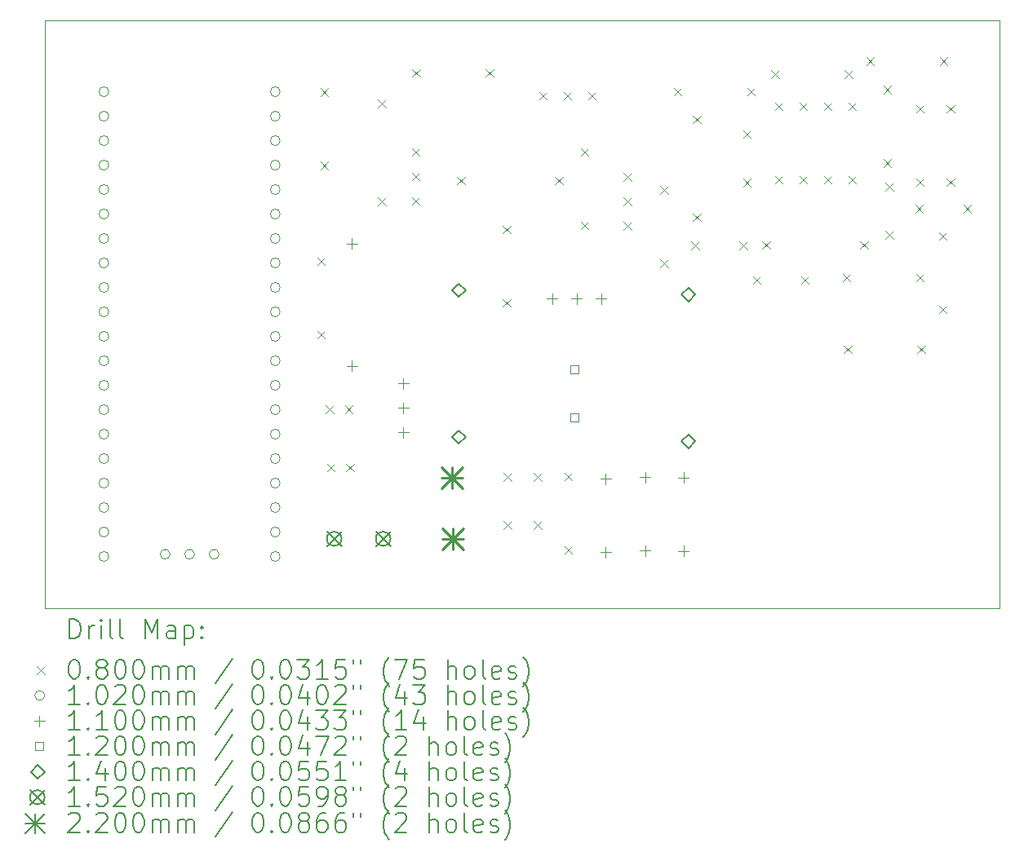
<source format=gbr>
%TF.GenerationSoftware,KiCad,Pcbnew,7.0.11+dfsg-1build4*%
%TF.CreationDate,2025-10-10T16:51:29-05:00*%
%TF.ProjectId,Synchronizer,53796e63-6872-46f6-9e69-7a65722e6b69,rev?*%
%TF.SameCoordinates,Original*%
%TF.FileFunction,Drillmap*%
%TF.FilePolarity,Positive*%
%FSLAX45Y45*%
G04 Gerber Fmt 4.5, Leading zero omitted, Abs format (unit mm)*
G04 Created by KiCad (PCBNEW 7.0.11+dfsg-1build4) date 2025-10-10 16:51:29*
%MOMM*%
%LPD*%
G01*
G04 APERTURE LIST*
%ADD10C,0.100000*%
%ADD11C,0.200000*%
%ADD12C,0.102000*%
%ADD13C,0.110000*%
%ADD14C,0.120000*%
%ADD15C,0.140000*%
%ADD16C,0.152000*%
%ADD17C,0.220000*%
G04 APERTURE END LIST*
D10*
X9100000Y-2100000D02*
X19000000Y-2100000D01*
X19000000Y-8200000D01*
X9100000Y-8200000D01*
X9100000Y-2100000D01*
D11*
D10*
X11923000Y-4560000D02*
X12003000Y-4640000D01*
X12003000Y-4560000D02*
X11923000Y-4640000D01*
X11923000Y-5322000D02*
X12003000Y-5402000D01*
X12003000Y-5322000D02*
X11923000Y-5402000D01*
X11959000Y-2803000D02*
X12039000Y-2883000D01*
X12039000Y-2803000D02*
X11959000Y-2883000D01*
X11959000Y-3565000D02*
X12039000Y-3645000D01*
X12039000Y-3565000D02*
X11959000Y-3645000D01*
X12012000Y-6097000D02*
X12092000Y-6177000D01*
X12092000Y-6097000D02*
X12012000Y-6177000D01*
X12026000Y-6704000D02*
X12106000Y-6784000D01*
X12106000Y-6704000D02*
X12026000Y-6784000D01*
X12212000Y-6097000D02*
X12292000Y-6177000D01*
X12292000Y-6097000D02*
X12212000Y-6177000D01*
X12226000Y-6704000D02*
X12306000Y-6784000D01*
X12306000Y-6704000D02*
X12226000Y-6784000D01*
X12555000Y-2922000D02*
X12635000Y-3002000D01*
X12635000Y-2922000D02*
X12555000Y-3002000D01*
X12555000Y-3938000D02*
X12635000Y-4018000D01*
X12635000Y-3938000D02*
X12555000Y-4018000D01*
X12908000Y-3425000D02*
X12988000Y-3505000D01*
X12988000Y-3425000D02*
X12908000Y-3505000D01*
X12908000Y-3679000D02*
X12988000Y-3759000D01*
X12988000Y-3679000D02*
X12908000Y-3759000D01*
X12908000Y-3933000D02*
X12988000Y-4013000D01*
X12988000Y-3933000D02*
X12908000Y-4013000D01*
X12909000Y-2604000D02*
X12989000Y-2684000D01*
X12989000Y-2604000D02*
X12909000Y-2684000D01*
X13377000Y-3722000D02*
X13457000Y-3802000D01*
X13457000Y-3722000D02*
X13377000Y-3802000D01*
X13671000Y-2604000D02*
X13751000Y-2684000D01*
X13751000Y-2604000D02*
X13671000Y-2684000D01*
X13851000Y-4228000D02*
X13931000Y-4308000D01*
X13931000Y-4228000D02*
X13851000Y-4308000D01*
X13851000Y-4990000D02*
X13931000Y-5070000D01*
X13931000Y-4990000D02*
X13851000Y-5070000D01*
X13860000Y-6800000D02*
X13940000Y-6880000D01*
X13940000Y-6800000D02*
X13860000Y-6880000D01*
X13860000Y-7300000D02*
X13940000Y-7380000D01*
X13940000Y-7300000D02*
X13860000Y-7380000D01*
X14173000Y-6800000D02*
X14253000Y-6880000D01*
X14253000Y-6800000D02*
X14173000Y-6880000D01*
X14173000Y-7300000D02*
X14253000Y-7380000D01*
X14253000Y-7300000D02*
X14173000Y-7380000D01*
X14225000Y-2844000D02*
X14305000Y-2924000D01*
X14305000Y-2844000D02*
X14225000Y-2924000D01*
X14393000Y-3722000D02*
X14473000Y-3802000D01*
X14473000Y-3722000D02*
X14393000Y-3802000D01*
X14479000Y-2844000D02*
X14559000Y-2924000D01*
X14559000Y-2844000D02*
X14479000Y-2924000D01*
X14491000Y-6798000D02*
X14571000Y-6878000D01*
X14571000Y-6798000D02*
X14491000Y-6878000D01*
X14491000Y-7560000D02*
X14571000Y-7640000D01*
X14571000Y-7560000D02*
X14491000Y-7640000D01*
X14657000Y-3424000D02*
X14737000Y-3504000D01*
X14737000Y-3424000D02*
X14657000Y-3504000D01*
X14657000Y-4186000D02*
X14737000Y-4266000D01*
X14737000Y-4186000D02*
X14657000Y-4266000D01*
X14733000Y-2844000D02*
X14813000Y-2924000D01*
X14813000Y-2844000D02*
X14733000Y-2924000D01*
X15103000Y-3685000D02*
X15183000Y-3765000D01*
X15183000Y-3685000D02*
X15103000Y-3765000D01*
X15103000Y-3939000D02*
X15183000Y-4019000D01*
X15183000Y-3939000D02*
X15103000Y-4019000D01*
X15103000Y-4193000D02*
X15183000Y-4273000D01*
X15183000Y-4193000D02*
X15103000Y-4273000D01*
X15484000Y-3819000D02*
X15564000Y-3899000D01*
X15564000Y-3819000D02*
X15484000Y-3899000D01*
X15484000Y-4581000D02*
X15564000Y-4661000D01*
X15564000Y-4581000D02*
X15484000Y-4661000D01*
X15625000Y-2801000D02*
X15705000Y-2881000D01*
X15705000Y-2801000D02*
X15625000Y-2881000D01*
X15804000Y-4397000D02*
X15884000Y-4477000D01*
X15884000Y-4397000D02*
X15804000Y-4477000D01*
X15823000Y-3086000D02*
X15903000Y-3166000D01*
X15903000Y-3086000D02*
X15823000Y-3166000D01*
X15823000Y-4102000D02*
X15903000Y-4182000D01*
X15903000Y-4102000D02*
X15823000Y-4182000D01*
X16304000Y-4397000D02*
X16384000Y-4477000D01*
X16384000Y-4397000D02*
X16304000Y-4477000D01*
X16344000Y-3242000D02*
X16424000Y-3322000D01*
X16424000Y-3242000D02*
X16344000Y-3322000D01*
X16344000Y-3742000D02*
X16424000Y-3822000D01*
X16424000Y-3742000D02*
X16344000Y-3822000D01*
X16387000Y-2801000D02*
X16467000Y-2881000D01*
X16467000Y-2801000D02*
X16387000Y-2881000D01*
X16443000Y-4753000D02*
X16523000Y-4833000D01*
X16523000Y-4753000D02*
X16443000Y-4833000D01*
X16542000Y-4391000D02*
X16622000Y-4471000D01*
X16622000Y-4391000D02*
X16542000Y-4471000D01*
X16635000Y-2616000D02*
X16715000Y-2696000D01*
X16715000Y-2616000D02*
X16635000Y-2696000D01*
X16673000Y-2954000D02*
X16753000Y-3034000D01*
X16753000Y-2954000D02*
X16673000Y-3034000D01*
X16673000Y-3716000D02*
X16753000Y-3796000D01*
X16753000Y-3716000D02*
X16673000Y-3796000D01*
X16927000Y-2954000D02*
X17007000Y-3034000D01*
X17007000Y-2954000D02*
X16927000Y-3034000D01*
X16927000Y-3716000D02*
X17007000Y-3796000D01*
X17007000Y-3716000D02*
X16927000Y-3796000D01*
X16943000Y-4753000D02*
X17023000Y-4833000D01*
X17023000Y-4753000D02*
X16943000Y-4833000D01*
X17181000Y-2954000D02*
X17261000Y-3034000D01*
X17261000Y-2954000D02*
X17181000Y-3034000D01*
X17181000Y-3716000D02*
X17261000Y-3796000D01*
X17261000Y-3716000D02*
X17181000Y-3796000D01*
X17375000Y-4731000D02*
X17455000Y-4811000D01*
X17455000Y-4731000D02*
X17375000Y-4811000D01*
X17389000Y-5476000D02*
X17469000Y-5556000D01*
X17469000Y-5476000D02*
X17389000Y-5556000D01*
X17397000Y-2616000D02*
X17477000Y-2696000D01*
X17477000Y-2616000D02*
X17397000Y-2696000D01*
X17435000Y-2954000D02*
X17515000Y-3034000D01*
X17515000Y-2954000D02*
X17435000Y-3034000D01*
X17435000Y-3716000D02*
X17515000Y-3796000D01*
X17515000Y-3716000D02*
X17435000Y-3796000D01*
X17558000Y-4391000D02*
X17638000Y-4471000D01*
X17638000Y-4391000D02*
X17558000Y-4471000D01*
X17623000Y-2482000D02*
X17703000Y-2562000D01*
X17703000Y-2482000D02*
X17623000Y-2562000D01*
X17799000Y-2777000D02*
X17879000Y-2857000D01*
X17879000Y-2777000D02*
X17799000Y-2857000D01*
X17799000Y-3539000D02*
X17879000Y-3619000D01*
X17879000Y-3539000D02*
X17799000Y-3619000D01*
X17820000Y-3787000D02*
X17900000Y-3867000D01*
X17900000Y-3787000D02*
X17820000Y-3867000D01*
X17820000Y-4287000D02*
X17900000Y-4367000D01*
X17900000Y-4287000D02*
X17820000Y-4367000D01*
X18131000Y-4014000D02*
X18211000Y-4094000D01*
X18211000Y-4014000D02*
X18131000Y-4094000D01*
X18137000Y-4731000D02*
X18217000Y-4811000D01*
X18217000Y-4731000D02*
X18137000Y-4811000D01*
X18140000Y-2977000D02*
X18220000Y-3057000D01*
X18220000Y-2977000D02*
X18140000Y-3057000D01*
X18140000Y-3739000D02*
X18220000Y-3819000D01*
X18220000Y-3739000D02*
X18140000Y-3819000D01*
X18151000Y-5476000D02*
X18231000Y-5556000D01*
X18231000Y-5476000D02*
X18151000Y-5556000D01*
X18376000Y-4297000D02*
X18456000Y-4377000D01*
X18456000Y-4297000D02*
X18376000Y-4377000D01*
X18376000Y-5059000D02*
X18456000Y-5139000D01*
X18456000Y-5059000D02*
X18376000Y-5139000D01*
X18385000Y-2482000D02*
X18465000Y-2562000D01*
X18465000Y-2482000D02*
X18385000Y-2562000D01*
X18454000Y-2977000D02*
X18534000Y-3057000D01*
X18534000Y-2977000D02*
X18454000Y-3057000D01*
X18454000Y-3739000D02*
X18534000Y-3819000D01*
X18534000Y-3739000D02*
X18454000Y-3819000D01*
X18631000Y-4014000D02*
X18711000Y-4094000D01*
X18711000Y-4014000D02*
X18631000Y-4094000D01*
D12*
X9761000Y-2839000D02*
G75*
G03*
X9659000Y-2839000I-51000J0D01*
G01*
X9659000Y-2839000D02*
G75*
G03*
X9761000Y-2839000I51000J0D01*
G01*
X9761000Y-3093000D02*
G75*
G03*
X9659000Y-3093000I-51000J0D01*
G01*
X9659000Y-3093000D02*
G75*
G03*
X9761000Y-3093000I51000J0D01*
G01*
X9761000Y-3347000D02*
G75*
G03*
X9659000Y-3347000I-51000J0D01*
G01*
X9659000Y-3347000D02*
G75*
G03*
X9761000Y-3347000I51000J0D01*
G01*
X9761000Y-3601000D02*
G75*
G03*
X9659000Y-3601000I-51000J0D01*
G01*
X9659000Y-3601000D02*
G75*
G03*
X9761000Y-3601000I51000J0D01*
G01*
X9761000Y-3855000D02*
G75*
G03*
X9659000Y-3855000I-51000J0D01*
G01*
X9659000Y-3855000D02*
G75*
G03*
X9761000Y-3855000I51000J0D01*
G01*
X9761000Y-4109000D02*
G75*
G03*
X9659000Y-4109000I-51000J0D01*
G01*
X9659000Y-4109000D02*
G75*
G03*
X9761000Y-4109000I51000J0D01*
G01*
X9761000Y-4363000D02*
G75*
G03*
X9659000Y-4363000I-51000J0D01*
G01*
X9659000Y-4363000D02*
G75*
G03*
X9761000Y-4363000I51000J0D01*
G01*
X9761000Y-4617000D02*
G75*
G03*
X9659000Y-4617000I-51000J0D01*
G01*
X9659000Y-4617000D02*
G75*
G03*
X9761000Y-4617000I51000J0D01*
G01*
X9761000Y-4871000D02*
G75*
G03*
X9659000Y-4871000I-51000J0D01*
G01*
X9659000Y-4871000D02*
G75*
G03*
X9761000Y-4871000I51000J0D01*
G01*
X9761000Y-5125000D02*
G75*
G03*
X9659000Y-5125000I-51000J0D01*
G01*
X9659000Y-5125000D02*
G75*
G03*
X9761000Y-5125000I51000J0D01*
G01*
X9761000Y-5379000D02*
G75*
G03*
X9659000Y-5379000I-51000J0D01*
G01*
X9659000Y-5379000D02*
G75*
G03*
X9761000Y-5379000I51000J0D01*
G01*
X9761000Y-5633000D02*
G75*
G03*
X9659000Y-5633000I-51000J0D01*
G01*
X9659000Y-5633000D02*
G75*
G03*
X9761000Y-5633000I51000J0D01*
G01*
X9761000Y-5887000D02*
G75*
G03*
X9659000Y-5887000I-51000J0D01*
G01*
X9659000Y-5887000D02*
G75*
G03*
X9761000Y-5887000I51000J0D01*
G01*
X9761000Y-6141000D02*
G75*
G03*
X9659000Y-6141000I-51000J0D01*
G01*
X9659000Y-6141000D02*
G75*
G03*
X9761000Y-6141000I51000J0D01*
G01*
X9761000Y-6395000D02*
G75*
G03*
X9659000Y-6395000I-51000J0D01*
G01*
X9659000Y-6395000D02*
G75*
G03*
X9761000Y-6395000I51000J0D01*
G01*
X9761000Y-6649000D02*
G75*
G03*
X9659000Y-6649000I-51000J0D01*
G01*
X9659000Y-6649000D02*
G75*
G03*
X9761000Y-6649000I51000J0D01*
G01*
X9761000Y-6903000D02*
G75*
G03*
X9659000Y-6903000I-51000J0D01*
G01*
X9659000Y-6903000D02*
G75*
G03*
X9761000Y-6903000I51000J0D01*
G01*
X9761000Y-7157000D02*
G75*
G03*
X9659000Y-7157000I-51000J0D01*
G01*
X9659000Y-7157000D02*
G75*
G03*
X9761000Y-7157000I51000J0D01*
G01*
X9761000Y-7411000D02*
G75*
G03*
X9659000Y-7411000I-51000J0D01*
G01*
X9659000Y-7411000D02*
G75*
G03*
X9761000Y-7411000I51000J0D01*
G01*
X9761000Y-7665000D02*
G75*
G03*
X9659000Y-7665000I-51000J0D01*
G01*
X9659000Y-7665000D02*
G75*
G03*
X9761000Y-7665000I51000J0D01*
G01*
X10396000Y-7642000D02*
G75*
G03*
X10294000Y-7642000I-51000J0D01*
G01*
X10294000Y-7642000D02*
G75*
G03*
X10396000Y-7642000I51000J0D01*
G01*
X10650000Y-7642000D02*
G75*
G03*
X10548000Y-7642000I-51000J0D01*
G01*
X10548000Y-7642000D02*
G75*
G03*
X10650000Y-7642000I51000J0D01*
G01*
X10904000Y-7642000D02*
G75*
G03*
X10802000Y-7642000I-51000J0D01*
G01*
X10802000Y-7642000D02*
G75*
G03*
X10904000Y-7642000I51000J0D01*
G01*
X11539000Y-2839000D02*
G75*
G03*
X11437000Y-2839000I-51000J0D01*
G01*
X11437000Y-2839000D02*
G75*
G03*
X11539000Y-2839000I51000J0D01*
G01*
X11539000Y-3093000D02*
G75*
G03*
X11437000Y-3093000I-51000J0D01*
G01*
X11437000Y-3093000D02*
G75*
G03*
X11539000Y-3093000I51000J0D01*
G01*
X11539000Y-3347000D02*
G75*
G03*
X11437000Y-3347000I-51000J0D01*
G01*
X11437000Y-3347000D02*
G75*
G03*
X11539000Y-3347000I51000J0D01*
G01*
X11539000Y-3601000D02*
G75*
G03*
X11437000Y-3601000I-51000J0D01*
G01*
X11437000Y-3601000D02*
G75*
G03*
X11539000Y-3601000I51000J0D01*
G01*
X11539000Y-3855000D02*
G75*
G03*
X11437000Y-3855000I-51000J0D01*
G01*
X11437000Y-3855000D02*
G75*
G03*
X11539000Y-3855000I51000J0D01*
G01*
X11539000Y-4109000D02*
G75*
G03*
X11437000Y-4109000I-51000J0D01*
G01*
X11437000Y-4109000D02*
G75*
G03*
X11539000Y-4109000I51000J0D01*
G01*
X11539000Y-4363000D02*
G75*
G03*
X11437000Y-4363000I-51000J0D01*
G01*
X11437000Y-4363000D02*
G75*
G03*
X11539000Y-4363000I51000J0D01*
G01*
X11539000Y-4617000D02*
G75*
G03*
X11437000Y-4617000I-51000J0D01*
G01*
X11437000Y-4617000D02*
G75*
G03*
X11539000Y-4617000I51000J0D01*
G01*
X11539000Y-4871000D02*
G75*
G03*
X11437000Y-4871000I-51000J0D01*
G01*
X11437000Y-4871000D02*
G75*
G03*
X11539000Y-4871000I51000J0D01*
G01*
X11539000Y-5125000D02*
G75*
G03*
X11437000Y-5125000I-51000J0D01*
G01*
X11437000Y-5125000D02*
G75*
G03*
X11539000Y-5125000I51000J0D01*
G01*
X11539000Y-5379000D02*
G75*
G03*
X11437000Y-5379000I-51000J0D01*
G01*
X11437000Y-5379000D02*
G75*
G03*
X11539000Y-5379000I51000J0D01*
G01*
X11539000Y-5633000D02*
G75*
G03*
X11437000Y-5633000I-51000J0D01*
G01*
X11437000Y-5633000D02*
G75*
G03*
X11539000Y-5633000I51000J0D01*
G01*
X11539000Y-5887000D02*
G75*
G03*
X11437000Y-5887000I-51000J0D01*
G01*
X11437000Y-5887000D02*
G75*
G03*
X11539000Y-5887000I51000J0D01*
G01*
X11539000Y-6141000D02*
G75*
G03*
X11437000Y-6141000I-51000J0D01*
G01*
X11437000Y-6141000D02*
G75*
G03*
X11539000Y-6141000I51000J0D01*
G01*
X11539000Y-6395000D02*
G75*
G03*
X11437000Y-6395000I-51000J0D01*
G01*
X11437000Y-6395000D02*
G75*
G03*
X11539000Y-6395000I51000J0D01*
G01*
X11539000Y-6649000D02*
G75*
G03*
X11437000Y-6649000I-51000J0D01*
G01*
X11437000Y-6649000D02*
G75*
G03*
X11539000Y-6649000I51000J0D01*
G01*
X11539000Y-6903000D02*
G75*
G03*
X11437000Y-6903000I-51000J0D01*
G01*
X11437000Y-6903000D02*
G75*
G03*
X11539000Y-6903000I51000J0D01*
G01*
X11539000Y-7157000D02*
G75*
G03*
X11437000Y-7157000I-51000J0D01*
G01*
X11437000Y-7157000D02*
G75*
G03*
X11539000Y-7157000I51000J0D01*
G01*
X11539000Y-7411000D02*
G75*
G03*
X11437000Y-7411000I-51000J0D01*
G01*
X11437000Y-7411000D02*
G75*
G03*
X11539000Y-7411000I51000J0D01*
G01*
X11539000Y-7665000D02*
G75*
G03*
X11437000Y-7665000I-51000J0D01*
G01*
X11437000Y-7665000D02*
G75*
G03*
X11539000Y-7665000I51000J0D01*
G01*
D13*
X12283000Y-4361000D02*
X12283000Y-4471000D01*
X12228000Y-4416000D02*
X12338000Y-4416000D01*
X12283000Y-5631000D02*
X12283000Y-5741000D01*
X12228000Y-5686000D02*
X12338000Y-5686000D01*
X12817000Y-5815000D02*
X12817000Y-5925000D01*
X12762000Y-5870000D02*
X12872000Y-5870000D01*
X12817000Y-6069000D02*
X12817000Y-6179000D01*
X12762000Y-6124000D02*
X12872000Y-6124000D01*
X12817000Y-6323000D02*
X12817000Y-6433000D01*
X12762000Y-6378000D02*
X12872000Y-6378000D01*
X14363000Y-4932000D02*
X14363000Y-5042000D01*
X14308000Y-4987000D02*
X14418000Y-4987000D01*
X14617000Y-4932000D02*
X14617000Y-5042000D01*
X14562000Y-4987000D02*
X14672000Y-4987000D01*
X14871000Y-4932000D02*
X14871000Y-5042000D01*
X14816000Y-4987000D02*
X14926000Y-4987000D01*
X14916000Y-6803000D02*
X14916000Y-6913000D01*
X14861000Y-6858000D02*
X14971000Y-6858000D01*
X14916000Y-7565000D02*
X14916000Y-7675000D01*
X14861000Y-7620000D02*
X14971000Y-7620000D01*
X15329000Y-6786000D02*
X15329000Y-6896000D01*
X15274000Y-6841000D02*
X15384000Y-6841000D01*
X15329000Y-7548000D02*
X15329000Y-7658000D01*
X15274000Y-7603000D02*
X15384000Y-7603000D01*
X15725000Y-6792000D02*
X15725000Y-6902000D01*
X15670000Y-6847000D02*
X15780000Y-6847000D01*
X15725000Y-7554000D02*
X15725000Y-7664000D01*
X15670000Y-7609000D02*
X15780000Y-7609000D01*
D14*
X14637427Y-5767427D02*
X14637427Y-5682573D01*
X14552573Y-5682573D01*
X14552573Y-5767427D01*
X14637427Y-5767427D01*
X14637427Y-6267427D02*
X14637427Y-6182573D01*
X14552573Y-6182573D01*
X14552573Y-6267427D01*
X14637427Y-6267427D01*
D15*
X13394000Y-4971000D02*
X13464000Y-4901000D01*
X13394000Y-4831000D01*
X13324000Y-4901000D01*
X13394000Y-4971000D01*
X13394000Y-6495000D02*
X13464000Y-6425000D01*
X13394000Y-6355000D01*
X13324000Y-6425000D01*
X13394000Y-6495000D01*
X15775000Y-5017000D02*
X15845000Y-4947000D01*
X15775000Y-4877000D01*
X15705000Y-4947000D01*
X15775000Y-5017000D01*
X15775000Y-6541000D02*
X15845000Y-6471000D01*
X15775000Y-6401000D01*
X15705000Y-6471000D01*
X15775000Y-6541000D01*
D16*
X12024000Y-7406000D02*
X12176000Y-7558000D01*
X12176000Y-7406000D02*
X12024000Y-7558000D01*
X12176000Y-7482000D02*
G75*
G03*
X12024000Y-7482000I-76000J0D01*
G01*
X12024000Y-7482000D02*
G75*
G03*
X12176000Y-7482000I76000J0D01*
G01*
X12532000Y-7406000D02*
X12684000Y-7558000D01*
X12684000Y-7406000D02*
X12532000Y-7558000D01*
X12684000Y-7482000D02*
G75*
G03*
X12532000Y-7482000I-76000J0D01*
G01*
X12532000Y-7482000D02*
G75*
G03*
X12684000Y-7482000I76000J0D01*
G01*
D17*
X13215000Y-6740000D02*
X13435000Y-6960000D01*
X13435000Y-6740000D02*
X13215000Y-6960000D01*
X13325000Y-6740000D02*
X13325000Y-6960000D01*
X13215000Y-6850000D02*
X13435000Y-6850000D01*
X13221000Y-7371000D02*
X13441000Y-7591000D01*
X13441000Y-7371000D02*
X13221000Y-7591000D01*
X13331000Y-7371000D02*
X13331000Y-7591000D01*
X13221000Y-7481000D02*
X13441000Y-7481000D01*
D11*
X9355777Y-8516484D02*
X9355777Y-8316484D01*
X9355777Y-8316484D02*
X9403396Y-8316484D01*
X9403396Y-8316484D02*
X9431967Y-8326008D01*
X9431967Y-8326008D02*
X9451015Y-8345055D01*
X9451015Y-8345055D02*
X9460539Y-8364103D01*
X9460539Y-8364103D02*
X9470063Y-8402198D01*
X9470063Y-8402198D02*
X9470063Y-8430770D01*
X9470063Y-8430770D02*
X9460539Y-8468865D01*
X9460539Y-8468865D02*
X9451015Y-8487912D01*
X9451015Y-8487912D02*
X9431967Y-8506960D01*
X9431967Y-8506960D02*
X9403396Y-8516484D01*
X9403396Y-8516484D02*
X9355777Y-8516484D01*
X9555777Y-8516484D02*
X9555777Y-8383150D01*
X9555777Y-8421246D02*
X9565301Y-8402198D01*
X9565301Y-8402198D02*
X9574824Y-8392674D01*
X9574824Y-8392674D02*
X9593872Y-8383150D01*
X9593872Y-8383150D02*
X9612920Y-8383150D01*
X9679586Y-8516484D02*
X9679586Y-8383150D01*
X9679586Y-8316484D02*
X9670063Y-8326008D01*
X9670063Y-8326008D02*
X9679586Y-8335531D01*
X9679586Y-8335531D02*
X9689110Y-8326008D01*
X9689110Y-8326008D02*
X9679586Y-8316484D01*
X9679586Y-8316484D02*
X9679586Y-8335531D01*
X9803396Y-8516484D02*
X9784348Y-8506960D01*
X9784348Y-8506960D02*
X9774824Y-8487912D01*
X9774824Y-8487912D02*
X9774824Y-8316484D01*
X9908158Y-8516484D02*
X9889110Y-8506960D01*
X9889110Y-8506960D02*
X9879586Y-8487912D01*
X9879586Y-8487912D02*
X9879586Y-8316484D01*
X10136729Y-8516484D02*
X10136729Y-8316484D01*
X10136729Y-8316484D02*
X10203396Y-8459341D01*
X10203396Y-8459341D02*
X10270063Y-8316484D01*
X10270063Y-8316484D02*
X10270063Y-8516484D01*
X10451015Y-8516484D02*
X10451015Y-8411722D01*
X10451015Y-8411722D02*
X10441491Y-8392674D01*
X10441491Y-8392674D02*
X10422444Y-8383150D01*
X10422444Y-8383150D02*
X10384348Y-8383150D01*
X10384348Y-8383150D02*
X10365301Y-8392674D01*
X10451015Y-8506960D02*
X10431967Y-8516484D01*
X10431967Y-8516484D02*
X10384348Y-8516484D01*
X10384348Y-8516484D02*
X10365301Y-8506960D01*
X10365301Y-8506960D02*
X10355777Y-8487912D01*
X10355777Y-8487912D02*
X10355777Y-8468865D01*
X10355777Y-8468865D02*
X10365301Y-8449817D01*
X10365301Y-8449817D02*
X10384348Y-8440293D01*
X10384348Y-8440293D02*
X10431967Y-8440293D01*
X10431967Y-8440293D02*
X10451015Y-8430770D01*
X10546253Y-8383150D02*
X10546253Y-8583150D01*
X10546253Y-8392674D02*
X10565301Y-8383150D01*
X10565301Y-8383150D02*
X10603396Y-8383150D01*
X10603396Y-8383150D02*
X10622444Y-8392674D01*
X10622444Y-8392674D02*
X10631967Y-8402198D01*
X10631967Y-8402198D02*
X10641491Y-8421246D01*
X10641491Y-8421246D02*
X10641491Y-8478389D01*
X10641491Y-8478389D02*
X10631967Y-8497436D01*
X10631967Y-8497436D02*
X10622444Y-8506960D01*
X10622444Y-8506960D02*
X10603396Y-8516484D01*
X10603396Y-8516484D02*
X10565301Y-8516484D01*
X10565301Y-8516484D02*
X10546253Y-8506960D01*
X10727205Y-8497436D02*
X10736729Y-8506960D01*
X10736729Y-8506960D02*
X10727205Y-8516484D01*
X10727205Y-8516484D02*
X10717682Y-8506960D01*
X10717682Y-8506960D02*
X10727205Y-8497436D01*
X10727205Y-8497436D02*
X10727205Y-8516484D01*
X10727205Y-8392674D02*
X10736729Y-8402198D01*
X10736729Y-8402198D02*
X10727205Y-8411722D01*
X10727205Y-8411722D02*
X10717682Y-8402198D01*
X10717682Y-8402198D02*
X10727205Y-8392674D01*
X10727205Y-8392674D02*
X10727205Y-8411722D01*
D10*
X9015000Y-8805000D02*
X9095000Y-8885000D01*
X9095000Y-8805000D02*
X9015000Y-8885000D01*
D11*
X9393872Y-8736484D02*
X9412920Y-8736484D01*
X9412920Y-8736484D02*
X9431967Y-8746008D01*
X9431967Y-8746008D02*
X9441491Y-8755531D01*
X9441491Y-8755531D02*
X9451015Y-8774579D01*
X9451015Y-8774579D02*
X9460539Y-8812674D01*
X9460539Y-8812674D02*
X9460539Y-8860293D01*
X9460539Y-8860293D02*
X9451015Y-8898389D01*
X9451015Y-8898389D02*
X9441491Y-8917436D01*
X9441491Y-8917436D02*
X9431967Y-8926960D01*
X9431967Y-8926960D02*
X9412920Y-8936484D01*
X9412920Y-8936484D02*
X9393872Y-8936484D01*
X9393872Y-8936484D02*
X9374824Y-8926960D01*
X9374824Y-8926960D02*
X9365301Y-8917436D01*
X9365301Y-8917436D02*
X9355777Y-8898389D01*
X9355777Y-8898389D02*
X9346253Y-8860293D01*
X9346253Y-8860293D02*
X9346253Y-8812674D01*
X9346253Y-8812674D02*
X9355777Y-8774579D01*
X9355777Y-8774579D02*
X9365301Y-8755531D01*
X9365301Y-8755531D02*
X9374824Y-8746008D01*
X9374824Y-8746008D02*
X9393872Y-8736484D01*
X9546253Y-8917436D02*
X9555777Y-8926960D01*
X9555777Y-8926960D02*
X9546253Y-8936484D01*
X9546253Y-8936484D02*
X9536729Y-8926960D01*
X9536729Y-8926960D02*
X9546253Y-8917436D01*
X9546253Y-8917436D02*
X9546253Y-8936484D01*
X9670063Y-8822198D02*
X9651015Y-8812674D01*
X9651015Y-8812674D02*
X9641491Y-8803150D01*
X9641491Y-8803150D02*
X9631967Y-8784103D01*
X9631967Y-8784103D02*
X9631967Y-8774579D01*
X9631967Y-8774579D02*
X9641491Y-8755531D01*
X9641491Y-8755531D02*
X9651015Y-8746008D01*
X9651015Y-8746008D02*
X9670063Y-8736484D01*
X9670063Y-8736484D02*
X9708158Y-8736484D01*
X9708158Y-8736484D02*
X9727205Y-8746008D01*
X9727205Y-8746008D02*
X9736729Y-8755531D01*
X9736729Y-8755531D02*
X9746253Y-8774579D01*
X9746253Y-8774579D02*
X9746253Y-8784103D01*
X9746253Y-8784103D02*
X9736729Y-8803150D01*
X9736729Y-8803150D02*
X9727205Y-8812674D01*
X9727205Y-8812674D02*
X9708158Y-8822198D01*
X9708158Y-8822198D02*
X9670063Y-8822198D01*
X9670063Y-8822198D02*
X9651015Y-8831722D01*
X9651015Y-8831722D02*
X9641491Y-8841246D01*
X9641491Y-8841246D02*
X9631967Y-8860293D01*
X9631967Y-8860293D02*
X9631967Y-8898389D01*
X9631967Y-8898389D02*
X9641491Y-8917436D01*
X9641491Y-8917436D02*
X9651015Y-8926960D01*
X9651015Y-8926960D02*
X9670063Y-8936484D01*
X9670063Y-8936484D02*
X9708158Y-8936484D01*
X9708158Y-8936484D02*
X9727205Y-8926960D01*
X9727205Y-8926960D02*
X9736729Y-8917436D01*
X9736729Y-8917436D02*
X9746253Y-8898389D01*
X9746253Y-8898389D02*
X9746253Y-8860293D01*
X9746253Y-8860293D02*
X9736729Y-8841246D01*
X9736729Y-8841246D02*
X9727205Y-8831722D01*
X9727205Y-8831722D02*
X9708158Y-8822198D01*
X9870063Y-8736484D02*
X9889110Y-8736484D01*
X9889110Y-8736484D02*
X9908158Y-8746008D01*
X9908158Y-8746008D02*
X9917682Y-8755531D01*
X9917682Y-8755531D02*
X9927205Y-8774579D01*
X9927205Y-8774579D02*
X9936729Y-8812674D01*
X9936729Y-8812674D02*
X9936729Y-8860293D01*
X9936729Y-8860293D02*
X9927205Y-8898389D01*
X9927205Y-8898389D02*
X9917682Y-8917436D01*
X9917682Y-8917436D02*
X9908158Y-8926960D01*
X9908158Y-8926960D02*
X9889110Y-8936484D01*
X9889110Y-8936484D02*
X9870063Y-8936484D01*
X9870063Y-8936484D02*
X9851015Y-8926960D01*
X9851015Y-8926960D02*
X9841491Y-8917436D01*
X9841491Y-8917436D02*
X9831967Y-8898389D01*
X9831967Y-8898389D02*
X9822444Y-8860293D01*
X9822444Y-8860293D02*
X9822444Y-8812674D01*
X9822444Y-8812674D02*
X9831967Y-8774579D01*
X9831967Y-8774579D02*
X9841491Y-8755531D01*
X9841491Y-8755531D02*
X9851015Y-8746008D01*
X9851015Y-8746008D02*
X9870063Y-8736484D01*
X10060539Y-8736484D02*
X10079586Y-8736484D01*
X10079586Y-8736484D02*
X10098634Y-8746008D01*
X10098634Y-8746008D02*
X10108158Y-8755531D01*
X10108158Y-8755531D02*
X10117682Y-8774579D01*
X10117682Y-8774579D02*
X10127205Y-8812674D01*
X10127205Y-8812674D02*
X10127205Y-8860293D01*
X10127205Y-8860293D02*
X10117682Y-8898389D01*
X10117682Y-8898389D02*
X10108158Y-8917436D01*
X10108158Y-8917436D02*
X10098634Y-8926960D01*
X10098634Y-8926960D02*
X10079586Y-8936484D01*
X10079586Y-8936484D02*
X10060539Y-8936484D01*
X10060539Y-8936484D02*
X10041491Y-8926960D01*
X10041491Y-8926960D02*
X10031967Y-8917436D01*
X10031967Y-8917436D02*
X10022444Y-8898389D01*
X10022444Y-8898389D02*
X10012920Y-8860293D01*
X10012920Y-8860293D02*
X10012920Y-8812674D01*
X10012920Y-8812674D02*
X10022444Y-8774579D01*
X10022444Y-8774579D02*
X10031967Y-8755531D01*
X10031967Y-8755531D02*
X10041491Y-8746008D01*
X10041491Y-8746008D02*
X10060539Y-8736484D01*
X10212920Y-8936484D02*
X10212920Y-8803150D01*
X10212920Y-8822198D02*
X10222444Y-8812674D01*
X10222444Y-8812674D02*
X10241491Y-8803150D01*
X10241491Y-8803150D02*
X10270063Y-8803150D01*
X10270063Y-8803150D02*
X10289110Y-8812674D01*
X10289110Y-8812674D02*
X10298634Y-8831722D01*
X10298634Y-8831722D02*
X10298634Y-8936484D01*
X10298634Y-8831722D02*
X10308158Y-8812674D01*
X10308158Y-8812674D02*
X10327205Y-8803150D01*
X10327205Y-8803150D02*
X10355777Y-8803150D01*
X10355777Y-8803150D02*
X10374825Y-8812674D01*
X10374825Y-8812674D02*
X10384348Y-8831722D01*
X10384348Y-8831722D02*
X10384348Y-8936484D01*
X10479586Y-8936484D02*
X10479586Y-8803150D01*
X10479586Y-8822198D02*
X10489110Y-8812674D01*
X10489110Y-8812674D02*
X10508158Y-8803150D01*
X10508158Y-8803150D02*
X10536729Y-8803150D01*
X10536729Y-8803150D02*
X10555777Y-8812674D01*
X10555777Y-8812674D02*
X10565301Y-8831722D01*
X10565301Y-8831722D02*
X10565301Y-8936484D01*
X10565301Y-8831722D02*
X10574825Y-8812674D01*
X10574825Y-8812674D02*
X10593872Y-8803150D01*
X10593872Y-8803150D02*
X10622444Y-8803150D01*
X10622444Y-8803150D02*
X10641491Y-8812674D01*
X10641491Y-8812674D02*
X10651015Y-8831722D01*
X10651015Y-8831722D02*
X10651015Y-8936484D01*
X11041491Y-8726960D02*
X10870063Y-8984103D01*
X11298634Y-8736484D02*
X11317682Y-8736484D01*
X11317682Y-8736484D02*
X11336729Y-8746008D01*
X11336729Y-8746008D02*
X11346253Y-8755531D01*
X11346253Y-8755531D02*
X11355777Y-8774579D01*
X11355777Y-8774579D02*
X11365301Y-8812674D01*
X11365301Y-8812674D02*
X11365301Y-8860293D01*
X11365301Y-8860293D02*
X11355777Y-8898389D01*
X11355777Y-8898389D02*
X11346253Y-8917436D01*
X11346253Y-8917436D02*
X11336729Y-8926960D01*
X11336729Y-8926960D02*
X11317682Y-8936484D01*
X11317682Y-8936484D02*
X11298634Y-8936484D01*
X11298634Y-8936484D02*
X11279586Y-8926960D01*
X11279586Y-8926960D02*
X11270063Y-8917436D01*
X11270063Y-8917436D02*
X11260539Y-8898389D01*
X11260539Y-8898389D02*
X11251015Y-8860293D01*
X11251015Y-8860293D02*
X11251015Y-8812674D01*
X11251015Y-8812674D02*
X11260539Y-8774579D01*
X11260539Y-8774579D02*
X11270063Y-8755531D01*
X11270063Y-8755531D02*
X11279586Y-8746008D01*
X11279586Y-8746008D02*
X11298634Y-8736484D01*
X11451015Y-8917436D02*
X11460539Y-8926960D01*
X11460539Y-8926960D02*
X11451015Y-8936484D01*
X11451015Y-8936484D02*
X11441491Y-8926960D01*
X11441491Y-8926960D02*
X11451015Y-8917436D01*
X11451015Y-8917436D02*
X11451015Y-8936484D01*
X11584348Y-8736484D02*
X11603396Y-8736484D01*
X11603396Y-8736484D02*
X11622444Y-8746008D01*
X11622444Y-8746008D02*
X11631967Y-8755531D01*
X11631967Y-8755531D02*
X11641491Y-8774579D01*
X11641491Y-8774579D02*
X11651015Y-8812674D01*
X11651015Y-8812674D02*
X11651015Y-8860293D01*
X11651015Y-8860293D02*
X11641491Y-8898389D01*
X11641491Y-8898389D02*
X11631967Y-8917436D01*
X11631967Y-8917436D02*
X11622444Y-8926960D01*
X11622444Y-8926960D02*
X11603396Y-8936484D01*
X11603396Y-8936484D02*
X11584348Y-8936484D01*
X11584348Y-8936484D02*
X11565301Y-8926960D01*
X11565301Y-8926960D02*
X11555777Y-8917436D01*
X11555777Y-8917436D02*
X11546253Y-8898389D01*
X11546253Y-8898389D02*
X11536729Y-8860293D01*
X11536729Y-8860293D02*
X11536729Y-8812674D01*
X11536729Y-8812674D02*
X11546253Y-8774579D01*
X11546253Y-8774579D02*
X11555777Y-8755531D01*
X11555777Y-8755531D02*
X11565301Y-8746008D01*
X11565301Y-8746008D02*
X11584348Y-8736484D01*
X11717682Y-8736484D02*
X11841491Y-8736484D01*
X11841491Y-8736484D02*
X11774825Y-8812674D01*
X11774825Y-8812674D02*
X11803396Y-8812674D01*
X11803396Y-8812674D02*
X11822444Y-8822198D01*
X11822444Y-8822198D02*
X11831967Y-8831722D01*
X11831967Y-8831722D02*
X11841491Y-8850770D01*
X11841491Y-8850770D02*
X11841491Y-8898389D01*
X11841491Y-8898389D02*
X11831967Y-8917436D01*
X11831967Y-8917436D02*
X11822444Y-8926960D01*
X11822444Y-8926960D02*
X11803396Y-8936484D01*
X11803396Y-8936484D02*
X11746253Y-8936484D01*
X11746253Y-8936484D02*
X11727206Y-8926960D01*
X11727206Y-8926960D02*
X11717682Y-8917436D01*
X12031967Y-8936484D02*
X11917682Y-8936484D01*
X11974825Y-8936484D02*
X11974825Y-8736484D01*
X11974825Y-8736484D02*
X11955777Y-8765055D01*
X11955777Y-8765055D02*
X11936729Y-8784103D01*
X11936729Y-8784103D02*
X11917682Y-8793627D01*
X12212920Y-8736484D02*
X12117682Y-8736484D01*
X12117682Y-8736484D02*
X12108158Y-8831722D01*
X12108158Y-8831722D02*
X12117682Y-8822198D01*
X12117682Y-8822198D02*
X12136729Y-8812674D01*
X12136729Y-8812674D02*
X12184348Y-8812674D01*
X12184348Y-8812674D02*
X12203396Y-8822198D01*
X12203396Y-8822198D02*
X12212920Y-8831722D01*
X12212920Y-8831722D02*
X12222444Y-8850770D01*
X12222444Y-8850770D02*
X12222444Y-8898389D01*
X12222444Y-8898389D02*
X12212920Y-8917436D01*
X12212920Y-8917436D02*
X12203396Y-8926960D01*
X12203396Y-8926960D02*
X12184348Y-8936484D01*
X12184348Y-8936484D02*
X12136729Y-8936484D01*
X12136729Y-8936484D02*
X12117682Y-8926960D01*
X12117682Y-8926960D02*
X12108158Y-8917436D01*
X12298634Y-8736484D02*
X12298634Y-8774579D01*
X12374825Y-8736484D02*
X12374825Y-8774579D01*
X12670063Y-9012674D02*
X12660539Y-9003150D01*
X12660539Y-9003150D02*
X12641491Y-8974579D01*
X12641491Y-8974579D02*
X12631968Y-8955531D01*
X12631968Y-8955531D02*
X12622444Y-8926960D01*
X12622444Y-8926960D02*
X12612920Y-8879341D01*
X12612920Y-8879341D02*
X12612920Y-8841246D01*
X12612920Y-8841246D02*
X12622444Y-8793627D01*
X12622444Y-8793627D02*
X12631968Y-8765055D01*
X12631968Y-8765055D02*
X12641491Y-8746008D01*
X12641491Y-8746008D02*
X12660539Y-8717436D01*
X12660539Y-8717436D02*
X12670063Y-8707912D01*
X12727206Y-8736484D02*
X12860539Y-8736484D01*
X12860539Y-8736484D02*
X12774825Y-8936484D01*
X13031968Y-8736484D02*
X12936729Y-8736484D01*
X12936729Y-8736484D02*
X12927206Y-8831722D01*
X12927206Y-8831722D02*
X12936729Y-8822198D01*
X12936729Y-8822198D02*
X12955777Y-8812674D01*
X12955777Y-8812674D02*
X13003396Y-8812674D01*
X13003396Y-8812674D02*
X13022444Y-8822198D01*
X13022444Y-8822198D02*
X13031968Y-8831722D01*
X13031968Y-8831722D02*
X13041491Y-8850770D01*
X13041491Y-8850770D02*
X13041491Y-8898389D01*
X13041491Y-8898389D02*
X13031968Y-8917436D01*
X13031968Y-8917436D02*
X13022444Y-8926960D01*
X13022444Y-8926960D02*
X13003396Y-8936484D01*
X13003396Y-8936484D02*
X12955777Y-8936484D01*
X12955777Y-8936484D02*
X12936729Y-8926960D01*
X12936729Y-8926960D02*
X12927206Y-8917436D01*
X13279587Y-8936484D02*
X13279587Y-8736484D01*
X13365301Y-8936484D02*
X13365301Y-8831722D01*
X13365301Y-8831722D02*
X13355777Y-8812674D01*
X13355777Y-8812674D02*
X13336730Y-8803150D01*
X13336730Y-8803150D02*
X13308158Y-8803150D01*
X13308158Y-8803150D02*
X13289110Y-8812674D01*
X13289110Y-8812674D02*
X13279587Y-8822198D01*
X13489110Y-8936484D02*
X13470063Y-8926960D01*
X13470063Y-8926960D02*
X13460539Y-8917436D01*
X13460539Y-8917436D02*
X13451015Y-8898389D01*
X13451015Y-8898389D02*
X13451015Y-8841246D01*
X13451015Y-8841246D02*
X13460539Y-8822198D01*
X13460539Y-8822198D02*
X13470063Y-8812674D01*
X13470063Y-8812674D02*
X13489110Y-8803150D01*
X13489110Y-8803150D02*
X13517682Y-8803150D01*
X13517682Y-8803150D02*
X13536730Y-8812674D01*
X13536730Y-8812674D02*
X13546253Y-8822198D01*
X13546253Y-8822198D02*
X13555777Y-8841246D01*
X13555777Y-8841246D02*
X13555777Y-8898389D01*
X13555777Y-8898389D02*
X13546253Y-8917436D01*
X13546253Y-8917436D02*
X13536730Y-8926960D01*
X13536730Y-8926960D02*
X13517682Y-8936484D01*
X13517682Y-8936484D02*
X13489110Y-8936484D01*
X13670063Y-8936484D02*
X13651015Y-8926960D01*
X13651015Y-8926960D02*
X13641491Y-8907912D01*
X13641491Y-8907912D02*
X13641491Y-8736484D01*
X13822444Y-8926960D02*
X13803396Y-8936484D01*
X13803396Y-8936484D02*
X13765301Y-8936484D01*
X13765301Y-8936484D02*
X13746253Y-8926960D01*
X13746253Y-8926960D02*
X13736730Y-8907912D01*
X13736730Y-8907912D02*
X13736730Y-8831722D01*
X13736730Y-8831722D02*
X13746253Y-8812674D01*
X13746253Y-8812674D02*
X13765301Y-8803150D01*
X13765301Y-8803150D02*
X13803396Y-8803150D01*
X13803396Y-8803150D02*
X13822444Y-8812674D01*
X13822444Y-8812674D02*
X13831968Y-8831722D01*
X13831968Y-8831722D02*
X13831968Y-8850770D01*
X13831968Y-8850770D02*
X13736730Y-8869817D01*
X13908158Y-8926960D02*
X13927206Y-8936484D01*
X13927206Y-8936484D02*
X13965301Y-8936484D01*
X13965301Y-8936484D02*
X13984349Y-8926960D01*
X13984349Y-8926960D02*
X13993872Y-8907912D01*
X13993872Y-8907912D02*
X13993872Y-8898389D01*
X13993872Y-8898389D02*
X13984349Y-8879341D01*
X13984349Y-8879341D02*
X13965301Y-8869817D01*
X13965301Y-8869817D02*
X13936730Y-8869817D01*
X13936730Y-8869817D02*
X13917682Y-8860293D01*
X13917682Y-8860293D02*
X13908158Y-8841246D01*
X13908158Y-8841246D02*
X13908158Y-8831722D01*
X13908158Y-8831722D02*
X13917682Y-8812674D01*
X13917682Y-8812674D02*
X13936730Y-8803150D01*
X13936730Y-8803150D02*
X13965301Y-8803150D01*
X13965301Y-8803150D02*
X13984349Y-8812674D01*
X14060539Y-9012674D02*
X14070063Y-9003150D01*
X14070063Y-9003150D02*
X14089111Y-8974579D01*
X14089111Y-8974579D02*
X14098634Y-8955531D01*
X14098634Y-8955531D02*
X14108158Y-8926960D01*
X14108158Y-8926960D02*
X14117682Y-8879341D01*
X14117682Y-8879341D02*
X14117682Y-8841246D01*
X14117682Y-8841246D02*
X14108158Y-8793627D01*
X14108158Y-8793627D02*
X14098634Y-8765055D01*
X14098634Y-8765055D02*
X14089111Y-8746008D01*
X14089111Y-8746008D02*
X14070063Y-8717436D01*
X14070063Y-8717436D02*
X14060539Y-8707912D01*
D12*
X9095000Y-9109000D02*
G75*
G03*
X8993000Y-9109000I-51000J0D01*
G01*
X8993000Y-9109000D02*
G75*
G03*
X9095000Y-9109000I51000J0D01*
G01*
D11*
X9460539Y-9200484D02*
X9346253Y-9200484D01*
X9403396Y-9200484D02*
X9403396Y-9000484D01*
X9403396Y-9000484D02*
X9384348Y-9029055D01*
X9384348Y-9029055D02*
X9365301Y-9048103D01*
X9365301Y-9048103D02*
X9346253Y-9057627D01*
X9546253Y-9181436D02*
X9555777Y-9190960D01*
X9555777Y-9190960D02*
X9546253Y-9200484D01*
X9546253Y-9200484D02*
X9536729Y-9190960D01*
X9536729Y-9190960D02*
X9546253Y-9181436D01*
X9546253Y-9181436D02*
X9546253Y-9200484D01*
X9679586Y-9000484D02*
X9698634Y-9000484D01*
X9698634Y-9000484D02*
X9717682Y-9010008D01*
X9717682Y-9010008D02*
X9727205Y-9019531D01*
X9727205Y-9019531D02*
X9736729Y-9038579D01*
X9736729Y-9038579D02*
X9746253Y-9076674D01*
X9746253Y-9076674D02*
X9746253Y-9124293D01*
X9746253Y-9124293D02*
X9736729Y-9162389D01*
X9736729Y-9162389D02*
X9727205Y-9181436D01*
X9727205Y-9181436D02*
X9717682Y-9190960D01*
X9717682Y-9190960D02*
X9698634Y-9200484D01*
X9698634Y-9200484D02*
X9679586Y-9200484D01*
X9679586Y-9200484D02*
X9660539Y-9190960D01*
X9660539Y-9190960D02*
X9651015Y-9181436D01*
X9651015Y-9181436D02*
X9641491Y-9162389D01*
X9641491Y-9162389D02*
X9631967Y-9124293D01*
X9631967Y-9124293D02*
X9631967Y-9076674D01*
X9631967Y-9076674D02*
X9641491Y-9038579D01*
X9641491Y-9038579D02*
X9651015Y-9019531D01*
X9651015Y-9019531D02*
X9660539Y-9010008D01*
X9660539Y-9010008D02*
X9679586Y-9000484D01*
X9822444Y-9019531D02*
X9831967Y-9010008D01*
X9831967Y-9010008D02*
X9851015Y-9000484D01*
X9851015Y-9000484D02*
X9898634Y-9000484D01*
X9898634Y-9000484D02*
X9917682Y-9010008D01*
X9917682Y-9010008D02*
X9927205Y-9019531D01*
X9927205Y-9019531D02*
X9936729Y-9038579D01*
X9936729Y-9038579D02*
X9936729Y-9057627D01*
X9936729Y-9057627D02*
X9927205Y-9086198D01*
X9927205Y-9086198D02*
X9812920Y-9200484D01*
X9812920Y-9200484D02*
X9936729Y-9200484D01*
X10060539Y-9000484D02*
X10079586Y-9000484D01*
X10079586Y-9000484D02*
X10098634Y-9010008D01*
X10098634Y-9010008D02*
X10108158Y-9019531D01*
X10108158Y-9019531D02*
X10117682Y-9038579D01*
X10117682Y-9038579D02*
X10127205Y-9076674D01*
X10127205Y-9076674D02*
X10127205Y-9124293D01*
X10127205Y-9124293D02*
X10117682Y-9162389D01*
X10117682Y-9162389D02*
X10108158Y-9181436D01*
X10108158Y-9181436D02*
X10098634Y-9190960D01*
X10098634Y-9190960D02*
X10079586Y-9200484D01*
X10079586Y-9200484D02*
X10060539Y-9200484D01*
X10060539Y-9200484D02*
X10041491Y-9190960D01*
X10041491Y-9190960D02*
X10031967Y-9181436D01*
X10031967Y-9181436D02*
X10022444Y-9162389D01*
X10022444Y-9162389D02*
X10012920Y-9124293D01*
X10012920Y-9124293D02*
X10012920Y-9076674D01*
X10012920Y-9076674D02*
X10022444Y-9038579D01*
X10022444Y-9038579D02*
X10031967Y-9019531D01*
X10031967Y-9019531D02*
X10041491Y-9010008D01*
X10041491Y-9010008D02*
X10060539Y-9000484D01*
X10212920Y-9200484D02*
X10212920Y-9067150D01*
X10212920Y-9086198D02*
X10222444Y-9076674D01*
X10222444Y-9076674D02*
X10241491Y-9067150D01*
X10241491Y-9067150D02*
X10270063Y-9067150D01*
X10270063Y-9067150D02*
X10289110Y-9076674D01*
X10289110Y-9076674D02*
X10298634Y-9095722D01*
X10298634Y-9095722D02*
X10298634Y-9200484D01*
X10298634Y-9095722D02*
X10308158Y-9076674D01*
X10308158Y-9076674D02*
X10327205Y-9067150D01*
X10327205Y-9067150D02*
X10355777Y-9067150D01*
X10355777Y-9067150D02*
X10374825Y-9076674D01*
X10374825Y-9076674D02*
X10384348Y-9095722D01*
X10384348Y-9095722D02*
X10384348Y-9200484D01*
X10479586Y-9200484D02*
X10479586Y-9067150D01*
X10479586Y-9086198D02*
X10489110Y-9076674D01*
X10489110Y-9076674D02*
X10508158Y-9067150D01*
X10508158Y-9067150D02*
X10536729Y-9067150D01*
X10536729Y-9067150D02*
X10555777Y-9076674D01*
X10555777Y-9076674D02*
X10565301Y-9095722D01*
X10565301Y-9095722D02*
X10565301Y-9200484D01*
X10565301Y-9095722D02*
X10574825Y-9076674D01*
X10574825Y-9076674D02*
X10593872Y-9067150D01*
X10593872Y-9067150D02*
X10622444Y-9067150D01*
X10622444Y-9067150D02*
X10641491Y-9076674D01*
X10641491Y-9076674D02*
X10651015Y-9095722D01*
X10651015Y-9095722D02*
X10651015Y-9200484D01*
X11041491Y-8990960D02*
X10870063Y-9248103D01*
X11298634Y-9000484D02*
X11317682Y-9000484D01*
X11317682Y-9000484D02*
X11336729Y-9010008D01*
X11336729Y-9010008D02*
X11346253Y-9019531D01*
X11346253Y-9019531D02*
X11355777Y-9038579D01*
X11355777Y-9038579D02*
X11365301Y-9076674D01*
X11365301Y-9076674D02*
X11365301Y-9124293D01*
X11365301Y-9124293D02*
X11355777Y-9162389D01*
X11355777Y-9162389D02*
X11346253Y-9181436D01*
X11346253Y-9181436D02*
X11336729Y-9190960D01*
X11336729Y-9190960D02*
X11317682Y-9200484D01*
X11317682Y-9200484D02*
X11298634Y-9200484D01*
X11298634Y-9200484D02*
X11279586Y-9190960D01*
X11279586Y-9190960D02*
X11270063Y-9181436D01*
X11270063Y-9181436D02*
X11260539Y-9162389D01*
X11260539Y-9162389D02*
X11251015Y-9124293D01*
X11251015Y-9124293D02*
X11251015Y-9076674D01*
X11251015Y-9076674D02*
X11260539Y-9038579D01*
X11260539Y-9038579D02*
X11270063Y-9019531D01*
X11270063Y-9019531D02*
X11279586Y-9010008D01*
X11279586Y-9010008D02*
X11298634Y-9000484D01*
X11451015Y-9181436D02*
X11460539Y-9190960D01*
X11460539Y-9190960D02*
X11451015Y-9200484D01*
X11451015Y-9200484D02*
X11441491Y-9190960D01*
X11441491Y-9190960D02*
X11451015Y-9181436D01*
X11451015Y-9181436D02*
X11451015Y-9200484D01*
X11584348Y-9000484D02*
X11603396Y-9000484D01*
X11603396Y-9000484D02*
X11622444Y-9010008D01*
X11622444Y-9010008D02*
X11631967Y-9019531D01*
X11631967Y-9019531D02*
X11641491Y-9038579D01*
X11641491Y-9038579D02*
X11651015Y-9076674D01*
X11651015Y-9076674D02*
X11651015Y-9124293D01*
X11651015Y-9124293D02*
X11641491Y-9162389D01*
X11641491Y-9162389D02*
X11631967Y-9181436D01*
X11631967Y-9181436D02*
X11622444Y-9190960D01*
X11622444Y-9190960D02*
X11603396Y-9200484D01*
X11603396Y-9200484D02*
X11584348Y-9200484D01*
X11584348Y-9200484D02*
X11565301Y-9190960D01*
X11565301Y-9190960D02*
X11555777Y-9181436D01*
X11555777Y-9181436D02*
X11546253Y-9162389D01*
X11546253Y-9162389D02*
X11536729Y-9124293D01*
X11536729Y-9124293D02*
X11536729Y-9076674D01*
X11536729Y-9076674D02*
X11546253Y-9038579D01*
X11546253Y-9038579D02*
X11555777Y-9019531D01*
X11555777Y-9019531D02*
X11565301Y-9010008D01*
X11565301Y-9010008D02*
X11584348Y-9000484D01*
X11822444Y-9067150D02*
X11822444Y-9200484D01*
X11774825Y-8990960D02*
X11727206Y-9133817D01*
X11727206Y-9133817D02*
X11851015Y-9133817D01*
X11965301Y-9000484D02*
X11984348Y-9000484D01*
X11984348Y-9000484D02*
X12003396Y-9010008D01*
X12003396Y-9010008D02*
X12012920Y-9019531D01*
X12012920Y-9019531D02*
X12022444Y-9038579D01*
X12022444Y-9038579D02*
X12031967Y-9076674D01*
X12031967Y-9076674D02*
X12031967Y-9124293D01*
X12031967Y-9124293D02*
X12022444Y-9162389D01*
X12022444Y-9162389D02*
X12012920Y-9181436D01*
X12012920Y-9181436D02*
X12003396Y-9190960D01*
X12003396Y-9190960D02*
X11984348Y-9200484D01*
X11984348Y-9200484D02*
X11965301Y-9200484D01*
X11965301Y-9200484D02*
X11946253Y-9190960D01*
X11946253Y-9190960D02*
X11936729Y-9181436D01*
X11936729Y-9181436D02*
X11927206Y-9162389D01*
X11927206Y-9162389D02*
X11917682Y-9124293D01*
X11917682Y-9124293D02*
X11917682Y-9076674D01*
X11917682Y-9076674D02*
X11927206Y-9038579D01*
X11927206Y-9038579D02*
X11936729Y-9019531D01*
X11936729Y-9019531D02*
X11946253Y-9010008D01*
X11946253Y-9010008D02*
X11965301Y-9000484D01*
X12108158Y-9019531D02*
X12117682Y-9010008D01*
X12117682Y-9010008D02*
X12136729Y-9000484D01*
X12136729Y-9000484D02*
X12184348Y-9000484D01*
X12184348Y-9000484D02*
X12203396Y-9010008D01*
X12203396Y-9010008D02*
X12212920Y-9019531D01*
X12212920Y-9019531D02*
X12222444Y-9038579D01*
X12222444Y-9038579D02*
X12222444Y-9057627D01*
X12222444Y-9057627D02*
X12212920Y-9086198D01*
X12212920Y-9086198D02*
X12098634Y-9200484D01*
X12098634Y-9200484D02*
X12222444Y-9200484D01*
X12298634Y-9000484D02*
X12298634Y-9038579D01*
X12374825Y-9000484D02*
X12374825Y-9038579D01*
X12670063Y-9276674D02*
X12660539Y-9267150D01*
X12660539Y-9267150D02*
X12641491Y-9238579D01*
X12641491Y-9238579D02*
X12631968Y-9219531D01*
X12631968Y-9219531D02*
X12622444Y-9190960D01*
X12622444Y-9190960D02*
X12612920Y-9143341D01*
X12612920Y-9143341D02*
X12612920Y-9105246D01*
X12612920Y-9105246D02*
X12622444Y-9057627D01*
X12622444Y-9057627D02*
X12631968Y-9029055D01*
X12631968Y-9029055D02*
X12641491Y-9010008D01*
X12641491Y-9010008D02*
X12660539Y-8981436D01*
X12660539Y-8981436D02*
X12670063Y-8971912D01*
X12831968Y-9067150D02*
X12831968Y-9200484D01*
X12784348Y-8990960D02*
X12736729Y-9133817D01*
X12736729Y-9133817D02*
X12860539Y-9133817D01*
X12917682Y-9000484D02*
X13041491Y-9000484D01*
X13041491Y-9000484D02*
X12974825Y-9076674D01*
X12974825Y-9076674D02*
X13003396Y-9076674D01*
X13003396Y-9076674D02*
X13022444Y-9086198D01*
X13022444Y-9086198D02*
X13031968Y-9095722D01*
X13031968Y-9095722D02*
X13041491Y-9114770D01*
X13041491Y-9114770D02*
X13041491Y-9162389D01*
X13041491Y-9162389D02*
X13031968Y-9181436D01*
X13031968Y-9181436D02*
X13022444Y-9190960D01*
X13022444Y-9190960D02*
X13003396Y-9200484D01*
X13003396Y-9200484D02*
X12946253Y-9200484D01*
X12946253Y-9200484D02*
X12927206Y-9190960D01*
X12927206Y-9190960D02*
X12917682Y-9181436D01*
X13279587Y-9200484D02*
X13279587Y-9000484D01*
X13365301Y-9200484D02*
X13365301Y-9095722D01*
X13365301Y-9095722D02*
X13355777Y-9076674D01*
X13355777Y-9076674D02*
X13336730Y-9067150D01*
X13336730Y-9067150D02*
X13308158Y-9067150D01*
X13308158Y-9067150D02*
X13289110Y-9076674D01*
X13289110Y-9076674D02*
X13279587Y-9086198D01*
X13489110Y-9200484D02*
X13470063Y-9190960D01*
X13470063Y-9190960D02*
X13460539Y-9181436D01*
X13460539Y-9181436D02*
X13451015Y-9162389D01*
X13451015Y-9162389D02*
X13451015Y-9105246D01*
X13451015Y-9105246D02*
X13460539Y-9086198D01*
X13460539Y-9086198D02*
X13470063Y-9076674D01*
X13470063Y-9076674D02*
X13489110Y-9067150D01*
X13489110Y-9067150D02*
X13517682Y-9067150D01*
X13517682Y-9067150D02*
X13536730Y-9076674D01*
X13536730Y-9076674D02*
X13546253Y-9086198D01*
X13546253Y-9086198D02*
X13555777Y-9105246D01*
X13555777Y-9105246D02*
X13555777Y-9162389D01*
X13555777Y-9162389D02*
X13546253Y-9181436D01*
X13546253Y-9181436D02*
X13536730Y-9190960D01*
X13536730Y-9190960D02*
X13517682Y-9200484D01*
X13517682Y-9200484D02*
X13489110Y-9200484D01*
X13670063Y-9200484D02*
X13651015Y-9190960D01*
X13651015Y-9190960D02*
X13641491Y-9171912D01*
X13641491Y-9171912D02*
X13641491Y-9000484D01*
X13822444Y-9190960D02*
X13803396Y-9200484D01*
X13803396Y-9200484D02*
X13765301Y-9200484D01*
X13765301Y-9200484D02*
X13746253Y-9190960D01*
X13746253Y-9190960D02*
X13736730Y-9171912D01*
X13736730Y-9171912D02*
X13736730Y-9095722D01*
X13736730Y-9095722D02*
X13746253Y-9076674D01*
X13746253Y-9076674D02*
X13765301Y-9067150D01*
X13765301Y-9067150D02*
X13803396Y-9067150D01*
X13803396Y-9067150D02*
X13822444Y-9076674D01*
X13822444Y-9076674D02*
X13831968Y-9095722D01*
X13831968Y-9095722D02*
X13831968Y-9114770D01*
X13831968Y-9114770D02*
X13736730Y-9133817D01*
X13908158Y-9190960D02*
X13927206Y-9200484D01*
X13927206Y-9200484D02*
X13965301Y-9200484D01*
X13965301Y-9200484D02*
X13984349Y-9190960D01*
X13984349Y-9190960D02*
X13993872Y-9171912D01*
X13993872Y-9171912D02*
X13993872Y-9162389D01*
X13993872Y-9162389D02*
X13984349Y-9143341D01*
X13984349Y-9143341D02*
X13965301Y-9133817D01*
X13965301Y-9133817D02*
X13936730Y-9133817D01*
X13936730Y-9133817D02*
X13917682Y-9124293D01*
X13917682Y-9124293D02*
X13908158Y-9105246D01*
X13908158Y-9105246D02*
X13908158Y-9095722D01*
X13908158Y-9095722D02*
X13917682Y-9076674D01*
X13917682Y-9076674D02*
X13936730Y-9067150D01*
X13936730Y-9067150D02*
X13965301Y-9067150D01*
X13965301Y-9067150D02*
X13984349Y-9076674D01*
X14060539Y-9276674D02*
X14070063Y-9267150D01*
X14070063Y-9267150D02*
X14089111Y-9238579D01*
X14089111Y-9238579D02*
X14098634Y-9219531D01*
X14098634Y-9219531D02*
X14108158Y-9190960D01*
X14108158Y-9190960D02*
X14117682Y-9143341D01*
X14117682Y-9143341D02*
X14117682Y-9105246D01*
X14117682Y-9105246D02*
X14108158Y-9057627D01*
X14108158Y-9057627D02*
X14098634Y-9029055D01*
X14098634Y-9029055D02*
X14089111Y-9010008D01*
X14089111Y-9010008D02*
X14070063Y-8981436D01*
X14070063Y-8981436D02*
X14060539Y-8971912D01*
D13*
X9040000Y-9318000D02*
X9040000Y-9428000D01*
X8985000Y-9373000D02*
X9095000Y-9373000D01*
D11*
X9460539Y-9464484D02*
X9346253Y-9464484D01*
X9403396Y-9464484D02*
X9403396Y-9264484D01*
X9403396Y-9264484D02*
X9384348Y-9293055D01*
X9384348Y-9293055D02*
X9365301Y-9312103D01*
X9365301Y-9312103D02*
X9346253Y-9321627D01*
X9546253Y-9445436D02*
X9555777Y-9454960D01*
X9555777Y-9454960D02*
X9546253Y-9464484D01*
X9546253Y-9464484D02*
X9536729Y-9454960D01*
X9536729Y-9454960D02*
X9546253Y-9445436D01*
X9546253Y-9445436D02*
X9546253Y-9464484D01*
X9746253Y-9464484D02*
X9631967Y-9464484D01*
X9689110Y-9464484D02*
X9689110Y-9264484D01*
X9689110Y-9264484D02*
X9670063Y-9293055D01*
X9670063Y-9293055D02*
X9651015Y-9312103D01*
X9651015Y-9312103D02*
X9631967Y-9321627D01*
X9870063Y-9264484D02*
X9889110Y-9264484D01*
X9889110Y-9264484D02*
X9908158Y-9274008D01*
X9908158Y-9274008D02*
X9917682Y-9283531D01*
X9917682Y-9283531D02*
X9927205Y-9302579D01*
X9927205Y-9302579D02*
X9936729Y-9340674D01*
X9936729Y-9340674D02*
X9936729Y-9388293D01*
X9936729Y-9388293D02*
X9927205Y-9426389D01*
X9927205Y-9426389D02*
X9917682Y-9445436D01*
X9917682Y-9445436D02*
X9908158Y-9454960D01*
X9908158Y-9454960D02*
X9889110Y-9464484D01*
X9889110Y-9464484D02*
X9870063Y-9464484D01*
X9870063Y-9464484D02*
X9851015Y-9454960D01*
X9851015Y-9454960D02*
X9841491Y-9445436D01*
X9841491Y-9445436D02*
X9831967Y-9426389D01*
X9831967Y-9426389D02*
X9822444Y-9388293D01*
X9822444Y-9388293D02*
X9822444Y-9340674D01*
X9822444Y-9340674D02*
X9831967Y-9302579D01*
X9831967Y-9302579D02*
X9841491Y-9283531D01*
X9841491Y-9283531D02*
X9851015Y-9274008D01*
X9851015Y-9274008D02*
X9870063Y-9264484D01*
X10060539Y-9264484D02*
X10079586Y-9264484D01*
X10079586Y-9264484D02*
X10098634Y-9274008D01*
X10098634Y-9274008D02*
X10108158Y-9283531D01*
X10108158Y-9283531D02*
X10117682Y-9302579D01*
X10117682Y-9302579D02*
X10127205Y-9340674D01*
X10127205Y-9340674D02*
X10127205Y-9388293D01*
X10127205Y-9388293D02*
X10117682Y-9426389D01*
X10117682Y-9426389D02*
X10108158Y-9445436D01*
X10108158Y-9445436D02*
X10098634Y-9454960D01*
X10098634Y-9454960D02*
X10079586Y-9464484D01*
X10079586Y-9464484D02*
X10060539Y-9464484D01*
X10060539Y-9464484D02*
X10041491Y-9454960D01*
X10041491Y-9454960D02*
X10031967Y-9445436D01*
X10031967Y-9445436D02*
X10022444Y-9426389D01*
X10022444Y-9426389D02*
X10012920Y-9388293D01*
X10012920Y-9388293D02*
X10012920Y-9340674D01*
X10012920Y-9340674D02*
X10022444Y-9302579D01*
X10022444Y-9302579D02*
X10031967Y-9283531D01*
X10031967Y-9283531D02*
X10041491Y-9274008D01*
X10041491Y-9274008D02*
X10060539Y-9264484D01*
X10212920Y-9464484D02*
X10212920Y-9331150D01*
X10212920Y-9350198D02*
X10222444Y-9340674D01*
X10222444Y-9340674D02*
X10241491Y-9331150D01*
X10241491Y-9331150D02*
X10270063Y-9331150D01*
X10270063Y-9331150D02*
X10289110Y-9340674D01*
X10289110Y-9340674D02*
X10298634Y-9359722D01*
X10298634Y-9359722D02*
X10298634Y-9464484D01*
X10298634Y-9359722D02*
X10308158Y-9340674D01*
X10308158Y-9340674D02*
X10327205Y-9331150D01*
X10327205Y-9331150D02*
X10355777Y-9331150D01*
X10355777Y-9331150D02*
X10374825Y-9340674D01*
X10374825Y-9340674D02*
X10384348Y-9359722D01*
X10384348Y-9359722D02*
X10384348Y-9464484D01*
X10479586Y-9464484D02*
X10479586Y-9331150D01*
X10479586Y-9350198D02*
X10489110Y-9340674D01*
X10489110Y-9340674D02*
X10508158Y-9331150D01*
X10508158Y-9331150D02*
X10536729Y-9331150D01*
X10536729Y-9331150D02*
X10555777Y-9340674D01*
X10555777Y-9340674D02*
X10565301Y-9359722D01*
X10565301Y-9359722D02*
X10565301Y-9464484D01*
X10565301Y-9359722D02*
X10574825Y-9340674D01*
X10574825Y-9340674D02*
X10593872Y-9331150D01*
X10593872Y-9331150D02*
X10622444Y-9331150D01*
X10622444Y-9331150D02*
X10641491Y-9340674D01*
X10641491Y-9340674D02*
X10651015Y-9359722D01*
X10651015Y-9359722D02*
X10651015Y-9464484D01*
X11041491Y-9254960D02*
X10870063Y-9512103D01*
X11298634Y-9264484D02*
X11317682Y-9264484D01*
X11317682Y-9264484D02*
X11336729Y-9274008D01*
X11336729Y-9274008D02*
X11346253Y-9283531D01*
X11346253Y-9283531D02*
X11355777Y-9302579D01*
X11355777Y-9302579D02*
X11365301Y-9340674D01*
X11365301Y-9340674D02*
X11365301Y-9388293D01*
X11365301Y-9388293D02*
X11355777Y-9426389D01*
X11355777Y-9426389D02*
X11346253Y-9445436D01*
X11346253Y-9445436D02*
X11336729Y-9454960D01*
X11336729Y-9454960D02*
X11317682Y-9464484D01*
X11317682Y-9464484D02*
X11298634Y-9464484D01*
X11298634Y-9464484D02*
X11279586Y-9454960D01*
X11279586Y-9454960D02*
X11270063Y-9445436D01*
X11270063Y-9445436D02*
X11260539Y-9426389D01*
X11260539Y-9426389D02*
X11251015Y-9388293D01*
X11251015Y-9388293D02*
X11251015Y-9340674D01*
X11251015Y-9340674D02*
X11260539Y-9302579D01*
X11260539Y-9302579D02*
X11270063Y-9283531D01*
X11270063Y-9283531D02*
X11279586Y-9274008D01*
X11279586Y-9274008D02*
X11298634Y-9264484D01*
X11451015Y-9445436D02*
X11460539Y-9454960D01*
X11460539Y-9454960D02*
X11451015Y-9464484D01*
X11451015Y-9464484D02*
X11441491Y-9454960D01*
X11441491Y-9454960D02*
X11451015Y-9445436D01*
X11451015Y-9445436D02*
X11451015Y-9464484D01*
X11584348Y-9264484D02*
X11603396Y-9264484D01*
X11603396Y-9264484D02*
X11622444Y-9274008D01*
X11622444Y-9274008D02*
X11631967Y-9283531D01*
X11631967Y-9283531D02*
X11641491Y-9302579D01*
X11641491Y-9302579D02*
X11651015Y-9340674D01*
X11651015Y-9340674D02*
X11651015Y-9388293D01*
X11651015Y-9388293D02*
X11641491Y-9426389D01*
X11641491Y-9426389D02*
X11631967Y-9445436D01*
X11631967Y-9445436D02*
X11622444Y-9454960D01*
X11622444Y-9454960D02*
X11603396Y-9464484D01*
X11603396Y-9464484D02*
X11584348Y-9464484D01*
X11584348Y-9464484D02*
X11565301Y-9454960D01*
X11565301Y-9454960D02*
X11555777Y-9445436D01*
X11555777Y-9445436D02*
X11546253Y-9426389D01*
X11546253Y-9426389D02*
X11536729Y-9388293D01*
X11536729Y-9388293D02*
X11536729Y-9340674D01*
X11536729Y-9340674D02*
X11546253Y-9302579D01*
X11546253Y-9302579D02*
X11555777Y-9283531D01*
X11555777Y-9283531D02*
X11565301Y-9274008D01*
X11565301Y-9274008D02*
X11584348Y-9264484D01*
X11822444Y-9331150D02*
X11822444Y-9464484D01*
X11774825Y-9254960D02*
X11727206Y-9397817D01*
X11727206Y-9397817D02*
X11851015Y-9397817D01*
X11908158Y-9264484D02*
X12031967Y-9264484D01*
X12031967Y-9264484D02*
X11965301Y-9340674D01*
X11965301Y-9340674D02*
X11993872Y-9340674D01*
X11993872Y-9340674D02*
X12012920Y-9350198D01*
X12012920Y-9350198D02*
X12022444Y-9359722D01*
X12022444Y-9359722D02*
X12031967Y-9378770D01*
X12031967Y-9378770D02*
X12031967Y-9426389D01*
X12031967Y-9426389D02*
X12022444Y-9445436D01*
X12022444Y-9445436D02*
X12012920Y-9454960D01*
X12012920Y-9454960D02*
X11993872Y-9464484D01*
X11993872Y-9464484D02*
X11936729Y-9464484D01*
X11936729Y-9464484D02*
X11917682Y-9454960D01*
X11917682Y-9454960D02*
X11908158Y-9445436D01*
X12098634Y-9264484D02*
X12222444Y-9264484D01*
X12222444Y-9264484D02*
X12155777Y-9340674D01*
X12155777Y-9340674D02*
X12184348Y-9340674D01*
X12184348Y-9340674D02*
X12203396Y-9350198D01*
X12203396Y-9350198D02*
X12212920Y-9359722D01*
X12212920Y-9359722D02*
X12222444Y-9378770D01*
X12222444Y-9378770D02*
X12222444Y-9426389D01*
X12222444Y-9426389D02*
X12212920Y-9445436D01*
X12212920Y-9445436D02*
X12203396Y-9454960D01*
X12203396Y-9454960D02*
X12184348Y-9464484D01*
X12184348Y-9464484D02*
X12127206Y-9464484D01*
X12127206Y-9464484D02*
X12108158Y-9454960D01*
X12108158Y-9454960D02*
X12098634Y-9445436D01*
X12298634Y-9264484D02*
X12298634Y-9302579D01*
X12374825Y-9264484D02*
X12374825Y-9302579D01*
X12670063Y-9540674D02*
X12660539Y-9531150D01*
X12660539Y-9531150D02*
X12641491Y-9502579D01*
X12641491Y-9502579D02*
X12631968Y-9483531D01*
X12631968Y-9483531D02*
X12622444Y-9454960D01*
X12622444Y-9454960D02*
X12612920Y-9407341D01*
X12612920Y-9407341D02*
X12612920Y-9369246D01*
X12612920Y-9369246D02*
X12622444Y-9321627D01*
X12622444Y-9321627D02*
X12631968Y-9293055D01*
X12631968Y-9293055D02*
X12641491Y-9274008D01*
X12641491Y-9274008D02*
X12660539Y-9245436D01*
X12660539Y-9245436D02*
X12670063Y-9235912D01*
X12851015Y-9464484D02*
X12736729Y-9464484D01*
X12793872Y-9464484D02*
X12793872Y-9264484D01*
X12793872Y-9264484D02*
X12774825Y-9293055D01*
X12774825Y-9293055D02*
X12755777Y-9312103D01*
X12755777Y-9312103D02*
X12736729Y-9321627D01*
X13022444Y-9331150D02*
X13022444Y-9464484D01*
X12974825Y-9254960D02*
X12927206Y-9397817D01*
X12927206Y-9397817D02*
X13051015Y-9397817D01*
X13279587Y-9464484D02*
X13279587Y-9264484D01*
X13365301Y-9464484D02*
X13365301Y-9359722D01*
X13365301Y-9359722D02*
X13355777Y-9340674D01*
X13355777Y-9340674D02*
X13336730Y-9331150D01*
X13336730Y-9331150D02*
X13308158Y-9331150D01*
X13308158Y-9331150D02*
X13289110Y-9340674D01*
X13289110Y-9340674D02*
X13279587Y-9350198D01*
X13489110Y-9464484D02*
X13470063Y-9454960D01*
X13470063Y-9454960D02*
X13460539Y-9445436D01*
X13460539Y-9445436D02*
X13451015Y-9426389D01*
X13451015Y-9426389D02*
X13451015Y-9369246D01*
X13451015Y-9369246D02*
X13460539Y-9350198D01*
X13460539Y-9350198D02*
X13470063Y-9340674D01*
X13470063Y-9340674D02*
X13489110Y-9331150D01*
X13489110Y-9331150D02*
X13517682Y-9331150D01*
X13517682Y-9331150D02*
X13536730Y-9340674D01*
X13536730Y-9340674D02*
X13546253Y-9350198D01*
X13546253Y-9350198D02*
X13555777Y-9369246D01*
X13555777Y-9369246D02*
X13555777Y-9426389D01*
X13555777Y-9426389D02*
X13546253Y-9445436D01*
X13546253Y-9445436D02*
X13536730Y-9454960D01*
X13536730Y-9454960D02*
X13517682Y-9464484D01*
X13517682Y-9464484D02*
X13489110Y-9464484D01*
X13670063Y-9464484D02*
X13651015Y-9454960D01*
X13651015Y-9454960D02*
X13641491Y-9435912D01*
X13641491Y-9435912D02*
X13641491Y-9264484D01*
X13822444Y-9454960D02*
X13803396Y-9464484D01*
X13803396Y-9464484D02*
X13765301Y-9464484D01*
X13765301Y-9464484D02*
X13746253Y-9454960D01*
X13746253Y-9454960D02*
X13736730Y-9435912D01*
X13736730Y-9435912D02*
X13736730Y-9359722D01*
X13736730Y-9359722D02*
X13746253Y-9340674D01*
X13746253Y-9340674D02*
X13765301Y-9331150D01*
X13765301Y-9331150D02*
X13803396Y-9331150D01*
X13803396Y-9331150D02*
X13822444Y-9340674D01*
X13822444Y-9340674D02*
X13831968Y-9359722D01*
X13831968Y-9359722D02*
X13831968Y-9378770D01*
X13831968Y-9378770D02*
X13736730Y-9397817D01*
X13908158Y-9454960D02*
X13927206Y-9464484D01*
X13927206Y-9464484D02*
X13965301Y-9464484D01*
X13965301Y-9464484D02*
X13984349Y-9454960D01*
X13984349Y-9454960D02*
X13993872Y-9435912D01*
X13993872Y-9435912D02*
X13993872Y-9426389D01*
X13993872Y-9426389D02*
X13984349Y-9407341D01*
X13984349Y-9407341D02*
X13965301Y-9397817D01*
X13965301Y-9397817D02*
X13936730Y-9397817D01*
X13936730Y-9397817D02*
X13917682Y-9388293D01*
X13917682Y-9388293D02*
X13908158Y-9369246D01*
X13908158Y-9369246D02*
X13908158Y-9359722D01*
X13908158Y-9359722D02*
X13917682Y-9340674D01*
X13917682Y-9340674D02*
X13936730Y-9331150D01*
X13936730Y-9331150D02*
X13965301Y-9331150D01*
X13965301Y-9331150D02*
X13984349Y-9340674D01*
X14060539Y-9540674D02*
X14070063Y-9531150D01*
X14070063Y-9531150D02*
X14089111Y-9502579D01*
X14089111Y-9502579D02*
X14098634Y-9483531D01*
X14098634Y-9483531D02*
X14108158Y-9454960D01*
X14108158Y-9454960D02*
X14117682Y-9407341D01*
X14117682Y-9407341D02*
X14117682Y-9369246D01*
X14117682Y-9369246D02*
X14108158Y-9321627D01*
X14108158Y-9321627D02*
X14098634Y-9293055D01*
X14098634Y-9293055D02*
X14089111Y-9274008D01*
X14089111Y-9274008D02*
X14070063Y-9245436D01*
X14070063Y-9245436D02*
X14060539Y-9235912D01*
D14*
X9077427Y-9679427D02*
X9077427Y-9594573D01*
X8992573Y-9594573D01*
X8992573Y-9679427D01*
X9077427Y-9679427D01*
D11*
X9460539Y-9728484D02*
X9346253Y-9728484D01*
X9403396Y-9728484D02*
X9403396Y-9528484D01*
X9403396Y-9528484D02*
X9384348Y-9557055D01*
X9384348Y-9557055D02*
X9365301Y-9576103D01*
X9365301Y-9576103D02*
X9346253Y-9585627D01*
X9546253Y-9709436D02*
X9555777Y-9718960D01*
X9555777Y-9718960D02*
X9546253Y-9728484D01*
X9546253Y-9728484D02*
X9536729Y-9718960D01*
X9536729Y-9718960D02*
X9546253Y-9709436D01*
X9546253Y-9709436D02*
X9546253Y-9728484D01*
X9631967Y-9547531D02*
X9641491Y-9538008D01*
X9641491Y-9538008D02*
X9660539Y-9528484D01*
X9660539Y-9528484D02*
X9708158Y-9528484D01*
X9708158Y-9528484D02*
X9727205Y-9538008D01*
X9727205Y-9538008D02*
X9736729Y-9547531D01*
X9736729Y-9547531D02*
X9746253Y-9566579D01*
X9746253Y-9566579D02*
X9746253Y-9585627D01*
X9746253Y-9585627D02*
X9736729Y-9614198D01*
X9736729Y-9614198D02*
X9622444Y-9728484D01*
X9622444Y-9728484D02*
X9746253Y-9728484D01*
X9870063Y-9528484D02*
X9889110Y-9528484D01*
X9889110Y-9528484D02*
X9908158Y-9538008D01*
X9908158Y-9538008D02*
X9917682Y-9547531D01*
X9917682Y-9547531D02*
X9927205Y-9566579D01*
X9927205Y-9566579D02*
X9936729Y-9604674D01*
X9936729Y-9604674D02*
X9936729Y-9652293D01*
X9936729Y-9652293D02*
X9927205Y-9690389D01*
X9927205Y-9690389D02*
X9917682Y-9709436D01*
X9917682Y-9709436D02*
X9908158Y-9718960D01*
X9908158Y-9718960D02*
X9889110Y-9728484D01*
X9889110Y-9728484D02*
X9870063Y-9728484D01*
X9870063Y-9728484D02*
X9851015Y-9718960D01*
X9851015Y-9718960D02*
X9841491Y-9709436D01*
X9841491Y-9709436D02*
X9831967Y-9690389D01*
X9831967Y-9690389D02*
X9822444Y-9652293D01*
X9822444Y-9652293D02*
X9822444Y-9604674D01*
X9822444Y-9604674D02*
X9831967Y-9566579D01*
X9831967Y-9566579D02*
X9841491Y-9547531D01*
X9841491Y-9547531D02*
X9851015Y-9538008D01*
X9851015Y-9538008D02*
X9870063Y-9528484D01*
X10060539Y-9528484D02*
X10079586Y-9528484D01*
X10079586Y-9528484D02*
X10098634Y-9538008D01*
X10098634Y-9538008D02*
X10108158Y-9547531D01*
X10108158Y-9547531D02*
X10117682Y-9566579D01*
X10117682Y-9566579D02*
X10127205Y-9604674D01*
X10127205Y-9604674D02*
X10127205Y-9652293D01*
X10127205Y-9652293D02*
X10117682Y-9690389D01*
X10117682Y-9690389D02*
X10108158Y-9709436D01*
X10108158Y-9709436D02*
X10098634Y-9718960D01*
X10098634Y-9718960D02*
X10079586Y-9728484D01*
X10079586Y-9728484D02*
X10060539Y-9728484D01*
X10060539Y-9728484D02*
X10041491Y-9718960D01*
X10041491Y-9718960D02*
X10031967Y-9709436D01*
X10031967Y-9709436D02*
X10022444Y-9690389D01*
X10022444Y-9690389D02*
X10012920Y-9652293D01*
X10012920Y-9652293D02*
X10012920Y-9604674D01*
X10012920Y-9604674D02*
X10022444Y-9566579D01*
X10022444Y-9566579D02*
X10031967Y-9547531D01*
X10031967Y-9547531D02*
X10041491Y-9538008D01*
X10041491Y-9538008D02*
X10060539Y-9528484D01*
X10212920Y-9728484D02*
X10212920Y-9595150D01*
X10212920Y-9614198D02*
X10222444Y-9604674D01*
X10222444Y-9604674D02*
X10241491Y-9595150D01*
X10241491Y-9595150D02*
X10270063Y-9595150D01*
X10270063Y-9595150D02*
X10289110Y-9604674D01*
X10289110Y-9604674D02*
X10298634Y-9623722D01*
X10298634Y-9623722D02*
X10298634Y-9728484D01*
X10298634Y-9623722D02*
X10308158Y-9604674D01*
X10308158Y-9604674D02*
X10327205Y-9595150D01*
X10327205Y-9595150D02*
X10355777Y-9595150D01*
X10355777Y-9595150D02*
X10374825Y-9604674D01*
X10374825Y-9604674D02*
X10384348Y-9623722D01*
X10384348Y-9623722D02*
X10384348Y-9728484D01*
X10479586Y-9728484D02*
X10479586Y-9595150D01*
X10479586Y-9614198D02*
X10489110Y-9604674D01*
X10489110Y-9604674D02*
X10508158Y-9595150D01*
X10508158Y-9595150D02*
X10536729Y-9595150D01*
X10536729Y-9595150D02*
X10555777Y-9604674D01*
X10555777Y-9604674D02*
X10565301Y-9623722D01*
X10565301Y-9623722D02*
X10565301Y-9728484D01*
X10565301Y-9623722D02*
X10574825Y-9604674D01*
X10574825Y-9604674D02*
X10593872Y-9595150D01*
X10593872Y-9595150D02*
X10622444Y-9595150D01*
X10622444Y-9595150D02*
X10641491Y-9604674D01*
X10641491Y-9604674D02*
X10651015Y-9623722D01*
X10651015Y-9623722D02*
X10651015Y-9728484D01*
X11041491Y-9518960D02*
X10870063Y-9776103D01*
X11298634Y-9528484D02*
X11317682Y-9528484D01*
X11317682Y-9528484D02*
X11336729Y-9538008D01*
X11336729Y-9538008D02*
X11346253Y-9547531D01*
X11346253Y-9547531D02*
X11355777Y-9566579D01*
X11355777Y-9566579D02*
X11365301Y-9604674D01*
X11365301Y-9604674D02*
X11365301Y-9652293D01*
X11365301Y-9652293D02*
X11355777Y-9690389D01*
X11355777Y-9690389D02*
X11346253Y-9709436D01*
X11346253Y-9709436D02*
X11336729Y-9718960D01*
X11336729Y-9718960D02*
X11317682Y-9728484D01*
X11317682Y-9728484D02*
X11298634Y-9728484D01*
X11298634Y-9728484D02*
X11279586Y-9718960D01*
X11279586Y-9718960D02*
X11270063Y-9709436D01*
X11270063Y-9709436D02*
X11260539Y-9690389D01*
X11260539Y-9690389D02*
X11251015Y-9652293D01*
X11251015Y-9652293D02*
X11251015Y-9604674D01*
X11251015Y-9604674D02*
X11260539Y-9566579D01*
X11260539Y-9566579D02*
X11270063Y-9547531D01*
X11270063Y-9547531D02*
X11279586Y-9538008D01*
X11279586Y-9538008D02*
X11298634Y-9528484D01*
X11451015Y-9709436D02*
X11460539Y-9718960D01*
X11460539Y-9718960D02*
X11451015Y-9728484D01*
X11451015Y-9728484D02*
X11441491Y-9718960D01*
X11441491Y-9718960D02*
X11451015Y-9709436D01*
X11451015Y-9709436D02*
X11451015Y-9728484D01*
X11584348Y-9528484D02*
X11603396Y-9528484D01*
X11603396Y-9528484D02*
X11622444Y-9538008D01*
X11622444Y-9538008D02*
X11631967Y-9547531D01*
X11631967Y-9547531D02*
X11641491Y-9566579D01*
X11641491Y-9566579D02*
X11651015Y-9604674D01*
X11651015Y-9604674D02*
X11651015Y-9652293D01*
X11651015Y-9652293D02*
X11641491Y-9690389D01*
X11641491Y-9690389D02*
X11631967Y-9709436D01*
X11631967Y-9709436D02*
X11622444Y-9718960D01*
X11622444Y-9718960D02*
X11603396Y-9728484D01*
X11603396Y-9728484D02*
X11584348Y-9728484D01*
X11584348Y-9728484D02*
X11565301Y-9718960D01*
X11565301Y-9718960D02*
X11555777Y-9709436D01*
X11555777Y-9709436D02*
X11546253Y-9690389D01*
X11546253Y-9690389D02*
X11536729Y-9652293D01*
X11536729Y-9652293D02*
X11536729Y-9604674D01*
X11536729Y-9604674D02*
X11546253Y-9566579D01*
X11546253Y-9566579D02*
X11555777Y-9547531D01*
X11555777Y-9547531D02*
X11565301Y-9538008D01*
X11565301Y-9538008D02*
X11584348Y-9528484D01*
X11822444Y-9595150D02*
X11822444Y-9728484D01*
X11774825Y-9518960D02*
X11727206Y-9661817D01*
X11727206Y-9661817D02*
X11851015Y-9661817D01*
X11908158Y-9528484D02*
X12041491Y-9528484D01*
X12041491Y-9528484D02*
X11955777Y-9728484D01*
X12108158Y-9547531D02*
X12117682Y-9538008D01*
X12117682Y-9538008D02*
X12136729Y-9528484D01*
X12136729Y-9528484D02*
X12184348Y-9528484D01*
X12184348Y-9528484D02*
X12203396Y-9538008D01*
X12203396Y-9538008D02*
X12212920Y-9547531D01*
X12212920Y-9547531D02*
X12222444Y-9566579D01*
X12222444Y-9566579D02*
X12222444Y-9585627D01*
X12222444Y-9585627D02*
X12212920Y-9614198D01*
X12212920Y-9614198D02*
X12098634Y-9728484D01*
X12098634Y-9728484D02*
X12222444Y-9728484D01*
X12298634Y-9528484D02*
X12298634Y-9566579D01*
X12374825Y-9528484D02*
X12374825Y-9566579D01*
X12670063Y-9804674D02*
X12660539Y-9795150D01*
X12660539Y-9795150D02*
X12641491Y-9766579D01*
X12641491Y-9766579D02*
X12631968Y-9747531D01*
X12631968Y-9747531D02*
X12622444Y-9718960D01*
X12622444Y-9718960D02*
X12612920Y-9671341D01*
X12612920Y-9671341D02*
X12612920Y-9633246D01*
X12612920Y-9633246D02*
X12622444Y-9585627D01*
X12622444Y-9585627D02*
X12631968Y-9557055D01*
X12631968Y-9557055D02*
X12641491Y-9538008D01*
X12641491Y-9538008D02*
X12660539Y-9509436D01*
X12660539Y-9509436D02*
X12670063Y-9499912D01*
X12736729Y-9547531D02*
X12746253Y-9538008D01*
X12746253Y-9538008D02*
X12765301Y-9528484D01*
X12765301Y-9528484D02*
X12812920Y-9528484D01*
X12812920Y-9528484D02*
X12831968Y-9538008D01*
X12831968Y-9538008D02*
X12841491Y-9547531D01*
X12841491Y-9547531D02*
X12851015Y-9566579D01*
X12851015Y-9566579D02*
X12851015Y-9585627D01*
X12851015Y-9585627D02*
X12841491Y-9614198D01*
X12841491Y-9614198D02*
X12727206Y-9728484D01*
X12727206Y-9728484D02*
X12851015Y-9728484D01*
X13089110Y-9728484D02*
X13089110Y-9528484D01*
X13174825Y-9728484D02*
X13174825Y-9623722D01*
X13174825Y-9623722D02*
X13165301Y-9604674D01*
X13165301Y-9604674D02*
X13146253Y-9595150D01*
X13146253Y-9595150D02*
X13117682Y-9595150D01*
X13117682Y-9595150D02*
X13098634Y-9604674D01*
X13098634Y-9604674D02*
X13089110Y-9614198D01*
X13298634Y-9728484D02*
X13279587Y-9718960D01*
X13279587Y-9718960D02*
X13270063Y-9709436D01*
X13270063Y-9709436D02*
X13260539Y-9690389D01*
X13260539Y-9690389D02*
X13260539Y-9633246D01*
X13260539Y-9633246D02*
X13270063Y-9614198D01*
X13270063Y-9614198D02*
X13279587Y-9604674D01*
X13279587Y-9604674D02*
X13298634Y-9595150D01*
X13298634Y-9595150D02*
X13327206Y-9595150D01*
X13327206Y-9595150D02*
X13346253Y-9604674D01*
X13346253Y-9604674D02*
X13355777Y-9614198D01*
X13355777Y-9614198D02*
X13365301Y-9633246D01*
X13365301Y-9633246D02*
X13365301Y-9690389D01*
X13365301Y-9690389D02*
X13355777Y-9709436D01*
X13355777Y-9709436D02*
X13346253Y-9718960D01*
X13346253Y-9718960D02*
X13327206Y-9728484D01*
X13327206Y-9728484D02*
X13298634Y-9728484D01*
X13479587Y-9728484D02*
X13460539Y-9718960D01*
X13460539Y-9718960D02*
X13451015Y-9699912D01*
X13451015Y-9699912D02*
X13451015Y-9528484D01*
X13631968Y-9718960D02*
X13612920Y-9728484D01*
X13612920Y-9728484D02*
X13574825Y-9728484D01*
X13574825Y-9728484D02*
X13555777Y-9718960D01*
X13555777Y-9718960D02*
X13546253Y-9699912D01*
X13546253Y-9699912D02*
X13546253Y-9623722D01*
X13546253Y-9623722D02*
X13555777Y-9604674D01*
X13555777Y-9604674D02*
X13574825Y-9595150D01*
X13574825Y-9595150D02*
X13612920Y-9595150D01*
X13612920Y-9595150D02*
X13631968Y-9604674D01*
X13631968Y-9604674D02*
X13641491Y-9623722D01*
X13641491Y-9623722D02*
X13641491Y-9642770D01*
X13641491Y-9642770D02*
X13546253Y-9661817D01*
X13717682Y-9718960D02*
X13736730Y-9728484D01*
X13736730Y-9728484D02*
X13774825Y-9728484D01*
X13774825Y-9728484D02*
X13793872Y-9718960D01*
X13793872Y-9718960D02*
X13803396Y-9699912D01*
X13803396Y-9699912D02*
X13803396Y-9690389D01*
X13803396Y-9690389D02*
X13793872Y-9671341D01*
X13793872Y-9671341D02*
X13774825Y-9661817D01*
X13774825Y-9661817D02*
X13746253Y-9661817D01*
X13746253Y-9661817D02*
X13727206Y-9652293D01*
X13727206Y-9652293D02*
X13717682Y-9633246D01*
X13717682Y-9633246D02*
X13717682Y-9623722D01*
X13717682Y-9623722D02*
X13727206Y-9604674D01*
X13727206Y-9604674D02*
X13746253Y-9595150D01*
X13746253Y-9595150D02*
X13774825Y-9595150D01*
X13774825Y-9595150D02*
X13793872Y-9604674D01*
X13870063Y-9804674D02*
X13879587Y-9795150D01*
X13879587Y-9795150D02*
X13898634Y-9766579D01*
X13898634Y-9766579D02*
X13908158Y-9747531D01*
X13908158Y-9747531D02*
X13917682Y-9718960D01*
X13917682Y-9718960D02*
X13927206Y-9671341D01*
X13927206Y-9671341D02*
X13927206Y-9633246D01*
X13927206Y-9633246D02*
X13917682Y-9585627D01*
X13917682Y-9585627D02*
X13908158Y-9557055D01*
X13908158Y-9557055D02*
X13898634Y-9538008D01*
X13898634Y-9538008D02*
X13879587Y-9509436D01*
X13879587Y-9509436D02*
X13870063Y-9499912D01*
D15*
X9025000Y-9971000D02*
X9095000Y-9901000D01*
X9025000Y-9831000D01*
X8955000Y-9901000D01*
X9025000Y-9971000D01*
D11*
X9460539Y-9992484D02*
X9346253Y-9992484D01*
X9403396Y-9992484D02*
X9403396Y-9792484D01*
X9403396Y-9792484D02*
X9384348Y-9821055D01*
X9384348Y-9821055D02*
X9365301Y-9840103D01*
X9365301Y-9840103D02*
X9346253Y-9849627D01*
X9546253Y-9973436D02*
X9555777Y-9982960D01*
X9555777Y-9982960D02*
X9546253Y-9992484D01*
X9546253Y-9992484D02*
X9536729Y-9982960D01*
X9536729Y-9982960D02*
X9546253Y-9973436D01*
X9546253Y-9973436D02*
X9546253Y-9992484D01*
X9727205Y-9859150D02*
X9727205Y-9992484D01*
X9679586Y-9782960D02*
X9631967Y-9925817D01*
X9631967Y-9925817D02*
X9755777Y-9925817D01*
X9870063Y-9792484D02*
X9889110Y-9792484D01*
X9889110Y-9792484D02*
X9908158Y-9802008D01*
X9908158Y-9802008D02*
X9917682Y-9811531D01*
X9917682Y-9811531D02*
X9927205Y-9830579D01*
X9927205Y-9830579D02*
X9936729Y-9868674D01*
X9936729Y-9868674D02*
X9936729Y-9916293D01*
X9936729Y-9916293D02*
X9927205Y-9954389D01*
X9927205Y-9954389D02*
X9917682Y-9973436D01*
X9917682Y-9973436D02*
X9908158Y-9982960D01*
X9908158Y-9982960D02*
X9889110Y-9992484D01*
X9889110Y-9992484D02*
X9870063Y-9992484D01*
X9870063Y-9992484D02*
X9851015Y-9982960D01*
X9851015Y-9982960D02*
X9841491Y-9973436D01*
X9841491Y-9973436D02*
X9831967Y-9954389D01*
X9831967Y-9954389D02*
X9822444Y-9916293D01*
X9822444Y-9916293D02*
X9822444Y-9868674D01*
X9822444Y-9868674D02*
X9831967Y-9830579D01*
X9831967Y-9830579D02*
X9841491Y-9811531D01*
X9841491Y-9811531D02*
X9851015Y-9802008D01*
X9851015Y-9802008D02*
X9870063Y-9792484D01*
X10060539Y-9792484D02*
X10079586Y-9792484D01*
X10079586Y-9792484D02*
X10098634Y-9802008D01*
X10098634Y-9802008D02*
X10108158Y-9811531D01*
X10108158Y-9811531D02*
X10117682Y-9830579D01*
X10117682Y-9830579D02*
X10127205Y-9868674D01*
X10127205Y-9868674D02*
X10127205Y-9916293D01*
X10127205Y-9916293D02*
X10117682Y-9954389D01*
X10117682Y-9954389D02*
X10108158Y-9973436D01*
X10108158Y-9973436D02*
X10098634Y-9982960D01*
X10098634Y-9982960D02*
X10079586Y-9992484D01*
X10079586Y-9992484D02*
X10060539Y-9992484D01*
X10060539Y-9992484D02*
X10041491Y-9982960D01*
X10041491Y-9982960D02*
X10031967Y-9973436D01*
X10031967Y-9973436D02*
X10022444Y-9954389D01*
X10022444Y-9954389D02*
X10012920Y-9916293D01*
X10012920Y-9916293D02*
X10012920Y-9868674D01*
X10012920Y-9868674D02*
X10022444Y-9830579D01*
X10022444Y-9830579D02*
X10031967Y-9811531D01*
X10031967Y-9811531D02*
X10041491Y-9802008D01*
X10041491Y-9802008D02*
X10060539Y-9792484D01*
X10212920Y-9992484D02*
X10212920Y-9859150D01*
X10212920Y-9878198D02*
X10222444Y-9868674D01*
X10222444Y-9868674D02*
X10241491Y-9859150D01*
X10241491Y-9859150D02*
X10270063Y-9859150D01*
X10270063Y-9859150D02*
X10289110Y-9868674D01*
X10289110Y-9868674D02*
X10298634Y-9887722D01*
X10298634Y-9887722D02*
X10298634Y-9992484D01*
X10298634Y-9887722D02*
X10308158Y-9868674D01*
X10308158Y-9868674D02*
X10327205Y-9859150D01*
X10327205Y-9859150D02*
X10355777Y-9859150D01*
X10355777Y-9859150D02*
X10374825Y-9868674D01*
X10374825Y-9868674D02*
X10384348Y-9887722D01*
X10384348Y-9887722D02*
X10384348Y-9992484D01*
X10479586Y-9992484D02*
X10479586Y-9859150D01*
X10479586Y-9878198D02*
X10489110Y-9868674D01*
X10489110Y-9868674D02*
X10508158Y-9859150D01*
X10508158Y-9859150D02*
X10536729Y-9859150D01*
X10536729Y-9859150D02*
X10555777Y-9868674D01*
X10555777Y-9868674D02*
X10565301Y-9887722D01*
X10565301Y-9887722D02*
X10565301Y-9992484D01*
X10565301Y-9887722D02*
X10574825Y-9868674D01*
X10574825Y-9868674D02*
X10593872Y-9859150D01*
X10593872Y-9859150D02*
X10622444Y-9859150D01*
X10622444Y-9859150D02*
X10641491Y-9868674D01*
X10641491Y-9868674D02*
X10651015Y-9887722D01*
X10651015Y-9887722D02*
X10651015Y-9992484D01*
X11041491Y-9782960D02*
X10870063Y-10040103D01*
X11298634Y-9792484D02*
X11317682Y-9792484D01*
X11317682Y-9792484D02*
X11336729Y-9802008D01*
X11336729Y-9802008D02*
X11346253Y-9811531D01*
X11346253Y-9811531D02*
X11355777Y-9830579D01*
X11355777Y-9830579D02*
X11365301Y-9868674D01*
X11365301Y-9868674D02*
X11365301Y-9916293D01*
X11365301Y-9916293D02*
X11355777Y-9954389D01*
X11355777Y-9954389D02*
X11346253Y-9973436D01*
X11346253Y-9973436D02*
X11336729Y-9982960D01*
X11336729Y-9982960D02*
X11317682Y-9992484D01*
X11317682Y-9992484D02*
X11298634Y-9992484D01*
X11298634Y-9992484D02*
X11279586Y-9982960D01*
X11279586Y-9982960D02*
X11270063Y-9973436D01*
X11270063Y-9973436D02*
X11260539Y-9954389D01*
X11260539Y-9954389D02*
X11251015Y-9916293D01*
X11251015Y-9916293D02*
X11251015Y-9868674D01*
X11251015Y-9868674D02*
X11260539Y-9830579D01*
X11260539Y-9830579D02*
X11270063Y-9811531D01*
X11270063Y-9811531D02*
X11279586Y-9802008D01*
X11279586Y-9802008D02*
X11298634Y-9792484D01*
X11451015Y-9973436D02*
X11460539Y-9982960D01*
X11460539Y-9982960D02*
X11451015Y-9992484D01*
X11451015Y-9992484D02*
X11441491Y-9982960D01*
X11441491Y-9982960D02*
X11451015Y-9973436D01*
X11451015Y-9973436D02*
X11451015Y-9992484D01*
X11584348Y-9792484D02*
X11603396Y-9792484D01*
X11603396Y-9792484D02*
X11622444Y-9802008D01*
X11622444Y-9802008D02*
X11631967Y-9811531D01*
X11631967Y-9811531D02*
X11641491Y-9830579D01*
X11641491Y-9830579D02*
X11651015Y-9868674D01*
X11651015Y-9868674D02*
X11651015Y-9916293D01*
X11651015Y-9916293D02*
X11641491Y-9954389D01*
X11641491Y-9954389D02*
X11631967Y-9973436D01*
X11631967Y-9973436D02*
X11622444Y-9982960D01*
X11622444Y-9982960D02*
X11603396Y-9992484D01*
X11603396Y-9992484D02*
X11584348Y-9992484D01*
X11584348Y-9992484D02*
X11565301Y-9982960D01*
X11565301Y-9982960D02*
X11555777Y-9973436D01*
X11555777Y-9973436D02*
X11546253Y-9954389D01*
X11546253Y-9954389D02*
X11536729Y-9916293D01*
X11536729Y-9916293D02*
X11536729Y-9868674D01*
X11536729Y-9868674D02*
X11546253Y-9830579D01*
X11546253Y-9830579D02*
X11555777Y-9811531D01*
X11555777Y-9811531D02*
X11565301Y-9802008D01*
X11565301Y-9802008D02*
X11584348Y-9792484D01*
X11831967Y-9792484D02*
X11736729Y-9792484D01*
X11736729Y-9792484D02*
X11727206Y-9887722D01*
X11727206Y-9887722D02*
X11736729Y-9878198D01*
X11736729Y-9878198D02*
X11755777Y-9868674D01*
X11755777Y-9868674D02*
X11803396Y-9868674D01*
X11803396Y-9868674D02*
X11822444Y-9878198D01*
X11822444Y-9878198D02*
X11831967Y-9887722D01*
X11831967Y-9887722D02*
X11841491Y-9906770D01*
X11841491Y-9906770D02*
X11841491Y-9954389D01*
X11841491Y-9954389D02*
X11831967Y-9973436D01*
X11831967Y-9973436D02*
X11822444Y-9982960D01*
X11822444Y-9982960D02*
X11803396Y-9992484D01*
X11803396Y-9992484D02*
X11755777Y-9992484D01*
X11755777Y-9992484D02*
X11736729Y-9982960D01*
X11736729Y-9982960D02*
X11727206Y-9973436D01*
X12022444Y-9792484D02*
X11927206Y-9792484D01*
X11927206Y-9792484D02*
X11917682Y-9887722D01*
X11917682Y-9887722D02*
X11927206Y-9878198D01*
X11927206Y-9878198D02*
X11946253Y-9868674D01*
X11946253Y-9868674D02*
X11993872Y-9868674D01*
X11993872Y-9868674D02*
X12012920Y-9878198D01*
X12012920Y-9878198D02*
X12022444Y-9887722D01*
X12022444Y-9887722D02*
X12031967Y-9906770D01*
X12031967Y-9906770D02*
X12031967Y-9954389D01*
X12031967Y-9954389D02*
X12022444Y-9973436D01*
X12022444Y-9973436D02*
X12012920Y-9982960D01*
X12012920Y-9982960D02*
X11993872Y-9992484D01*
X11993872Y-9992484D02*
X11946253Y-9992484D01*
X11946253Y-9992484D02*
X11927206Y-9982960D01*
X11927206Y-9982960D02*
X11917682Y-9973436D01*
X12222444Y-9992484D02*
X12108158Y-9992484D01*
X12165301Y-9992484D02*
X12165301Y-9792484D01*
X12165301Y-9792484D02*
X12146253Y-9821055D01*
X12146253Y-9821055D02*
X12127206Y-9840103D01*
X12127206Y-9840103D02*
X12108158Y-9849627D01*
X12298634Y-9792484D02*
X12298634Y-9830579D01*
X12374825Y-9792484D02*
X12374825Y-9830579D01*
X12670063Y-10068674D02*
X12660539Y-10059150D01*
X12660539Y-10059150D02*
X12641491Y-10030579D01*
X12641491Y-10030579D02*
X12631968Y-10011531D01*
X12631968Y-10011531D02*
X12622444Y-9982960D01*
X12622444Y-9982960D02*
X12612920Y-9935341D01*
X12612920Y-9935341D02*
X12612920Y-9897246D01*
X12612920Y-9897246D02*
X12622444Y-9849627D01*
X12622444Y-9849627D02*
X12631968Y-9821055D01*
X12631968Y-9821055D02*
X12641491Y-9802008D01*
X12641491Y-9802008D02*
X12660539Y-9773436D01*
X12660539Y-9773436D02*
X12670063Y-9763912D01*
X12831968Y-9859150D02*
X12831968Y-9992484D01*
X12784348Y-9782960D02*
X12736729Y-9925817D01*
X12736729Y-9925817D02*
X12860539Y-9925817D01*
X13089110Y-9992484D02*
X13089110Y-9792484D01*
X13174825Y-9992484D02*
X13174825Y-9887722D01*
X13174825Y-9887722D02*
X13165301Y-9868674D01*
X13165301Y-9868674D02*
X13146253Y-9859150D01*
X13146253Y-9859150D02*
X13117682Y-9859150D01*
X13117682Y-9859150D02*
X13098634Y-9868674D01*
X13098634Y-9868674D02*
X13089110Y-9878198D01*
X13298634Y-9992484D02*
X13279587Y-9982960D01*
X13279587Y-9982960D02*
X13270063Y-9973436D01*
X13270063Y-9973436D02*
X13260539Y-9954389D01*
X13260539Y-9954389D02*
X13260539Y-9897246D01*
X13260539Y-9897246D02*
X13270063Y-9878198D01*
X13270063Y-9878198D02*
X13279587Y-9868674D01*
X13279587Y-9868674D02*
X13298634Y-9859150D01*
X13298634Y-9859150D02*
X13327206Y-9859150D01*
X13327206Y-9859150D02*
X13346253Y-9868674D01*
X13346253Y-9868674D02*
X13355777Y-9878198D01*
X13355777Y-9878198D02*
X13365301Y-9897246D01*
X13365301Y-9897246D02*
X13365301Y-9954389D01*
X13365301Y-9954389D02*
X13355777Y-9973436D01*
X13355777Y-9973436D02*
X13346253Y-9982960D01*
X13346253Y-9982960D02*
X13327206Y-9992484D01*
X13327206Y-9992484D02*
X13298634Y-9992484D01*
X13479587Y-9992484D02*
X13460539Y-9982960D01*
X13460539Y-9982960D02*
X13451015Y-9963912D01*
X13451015Y-9963912D02*
X13451015Y-9792484D01*
X13631968Y-9982960D02*
X13612920Y-9992484D01*
X13612920Y-9992484D02*
X13574825Y-9992484D01*
X13574825Y-9992484D02*
X13555777Y-9982960D01*
X13555777Y-9982960D02*
X13546253Y-9963912D01*
X13546253Y-9963912D02*
X13546253Y-9887722D01*
X13546253Y-9887722D02*
X13555777Y-9868674D01*
X13555777Y-9868674D02*
X13574825Y-9859150D01*
X13574825Y-9859150D02*
X13612920Y-9859150D01*
X13612920Y-9859150D02*
X13631968Y-9868674D01*
X13631968Y-9868674D02*
X13641491Y-9887722D01*
X13641491Y-9887722D02*
X13641491Y-9906770D01*
X13641491Y-9906770D02*
X13546253Y-9925817D01*
X13717682Y-9982960D02*
X13736730Y-9992484D01*
X13736730Y-9992484D02*
X13774825Y-9992484D01*
X13774825Y-9992484D02*
X13793872Y-9982960D01*
X13793872Y-9982960D02*
X13803396Y-9963912D01*
X13803396Y-9963912D02*
X13803396Y-9954389D01*
X13803396Y-9954389D02*
X13793872Y-9935341D01*
X13793872Y-9935341D02*
X13774825Y-9925817D01*
X13774825Y-9925817D02*
X13746253Y-9925817D01*
X13746253Y-9925817D02*
X13727206Y-9916293D01*
X13727206Y-9916293D02*
X13717682Y-9897246D01*
X13717682Y-9897246D02*
X13717682Y-9887722D01*
X13717682Y-9887722D02*
X13727206Y-9868674D01*
X13727206Y-9868674D02*
X13746253Y-9859150D01*
X13746253Y-9859150D02*
X13774825Y-9859150D01*
X13774825Y-9859150D02*
X13793872Y-9868674D01*
X13870063Y-10068674D02*
X13879587Y-10059150D01*
X13879587Y-10059150D02*
X13898634Y-10030579D01*
X13898634Y-10030579D02*
X13908158Y-10011531D01*
X13908158Y-10011531D02*
X13917682Y-9982960D01*
X13917682Y-9982960D02*
X13927206Y-9935341D01*
X13927206Y-9935341D02*
X13927206Y-9897246D01*
X13927206Y-9897246D02*
X13917682Y-9849627D01*
X13917682Y-9849627D02*
X13908158Y-9821055D01*
X13908158Y-9821055D02*
X13898634Y-9802008D01*
X13898634Y-9802008D02*
X13879587Y-9773436D01*
X13879587Y-9773436D02*
X13870063Y-9763912D01*
D16*
X8943000Y-10089000D02*
X9095000Y-10241000D01*
X9095000Y-10089000D02*
X8943000Y-10241000D01*
X9095000Y-10165000D02*
G75*
G03*
X8943000Y-10165000I-76000J0D01*
G01*
X8943000Y-10165000D02*
G75*
G03*
X9095000Y-10165000I76000J0D01*
G01*
D11*
X9460539Y-10256484D02*
X9346253Y-10256484D01*
X9403396Y-10256484D02*
X9403396Y-10056484D01*
X9403396Y-10056484D02*
X9384348Y-10085055D01*
X9384348Y-10085055D02*
X9365301Y-10104103D01*
X9365301Y-10104103D02*
X9346253Y-10113627D01*
X9546253Y-10237436D02*
X9555777Y-10246960D01*
X9555777Y-10246960D02*
X9546253Y-10256484D01*
X9546253Y-10256484D02*
X9536729Y-10246960D01*
X9536729Y-10246960D02*
X9546253Y-10237436D01*
X9546253Y-10237436D02*
X9546253Y-10256484D01*
X9736729Y-10056484D02*
X9641491Y-10056484D01*
X9641491Y-10056484D02*
X9631967Y-10151722D01*
X9631967Y-10151722D02*
X9641491Y-10142198D01*
X9641491Y-10142198D02*
X9660539Y-10132674D01*
X9660539Y-10132674D02*
X9708158Y-10132674D01*
X9708158Y-10132674D02*
X9727205Y-10142198D01*
X9727205Y-10142198D02*
X9736729Y-10151722D01*
X9736729Y-10151722D02*
X9746253Y-10170770D01*
X9746253Y-10170770D02*
X9746253Y-10218389D01*
X9746253Y-10218389D02*
X9736729Y-10237436D01*
X9736729Y-10237436D02*
X9727205Y-10246960D01*
X9727205Y-10246960D02*
X9708158Y-10256484D01*
X9708158Y-10256484D02*
X9660539Y-10256484D01*
X9660539Y-10256484D02*
X9641491Y-10246960D01*
X9641491Y-10246960D02*
X9631967Y-10237436D01*
X9822444Y-10075531D02*
X9831967Y-10066008D01*
X9831967Y-10066008D02*
X9851015Y-10056484D01*
X9851015Y-10056484D02*
X9898634Y-10056484D01*
X9898634Y-10056484D02*
X9917682Y-10066008D01*
X9917682Y-10066008D02*
X9927205Y-10075531D01*
X9927205Y-10075531D02*
X9936729Y-10094579D01*
X9936729Y-10094579D02*
X9936729Y-10113627D01*
X9936729Y-10113627D02*
X9927205Y-10142198D01*
X9927205Y-10142198D02*
X9812920Y-10256484D01*
X9812920Y-10256484D02*
X9936729Y-10256484D01*
X10060539Y-10056484D02*
X10079586Y-10056484D01*
X10079586Y-10056484D02*
X10098634Y-10066008D01*
X10098634Y-10066008D02*
X10108158Y-10075531D01*
X10108158Y-10075531D02*
X10117682Y-10094579D01*
X10117682Y-10094579D02*
X10127205Y-10132674D01*
X10127205Y-10132674D02*
X10127205Y-10180293D01*
X10127205Y-10180293D02*
X10117682Y-10218389D01*
X10117682Y-10218389D02*
X10108158Y-10237436D01*
X10108158Y-10237436D02*
X10098634Y-10246960D01*
X10098634Y-10246960D02*
X10079586Y-10256484D01*
X10079586Y-10256484D02*
X10060539Y-10256484D01*
X10060539Y-10256484D02*
X10041491Y-10246960D01*
X10041491Y-10246960D02*
X10031967Y-10237436D01*
X10031967Y-10237436D02*
X10022444Y-10218389D01*
X10022444Y-10218389D02*
X10012920Y-10180293D01*
X10012920Y-10180293D02*
X10012920Y-10132674D01*
X10012920Y-10132674D02*
X10022444Y-10094579D01*
X10022444Y-10094579D02*
X10031967Y-10075531D01*
X10031967Y-10075531D02*
X10041491Y-10066008D01*
X10041491Y-10066008D02*
X10060539Y-10056484D01*
X10212920Y-10256484D02*
X10212920Y-10123150D01*
X10212920Y-10142198D02*
X10222444Y-10132674D01*
X10222444Y-10132674D02*
X10241491Y-10123150D01*
X10241491Y-10123150D02*
X10270063Y-10123150D01*
X10270063Y-10123150D02*
X10289110Y-10132674D01*
X10289110Y-10132674D02*
X10298634Y-10151722D01*
X10298634Y-10151722D02*
X10298634Y-10256484D01*
X10298634Y-10151722D02*
X10308158Y-10132674D01*
X10308158Y-10132674D02*
X10327205Y-10123150D01*
X10327205Y-10123150D02*
X10355777Y-10123150D01*
X10355777Y-10123150D02*
X10374825Y-10132674D01*
X10374825Y-10132674D02*
X10384348Y-10151722D01*
X10384348Y-10151722D02*
X10384348Y-10256484D01*
X10479586Y-10256484D02*
X10479586Y-10123150D01*
X10479586Y-10142198D02*
X10489110Y-10132674D01*
X10489110Y-10132674D02*
X10508158Y-10123150D01*
X10508158Y-10123150D02*
X10536729Y-10123150D01*
X10536729Y-10123150D02*
X10555777Y-10132674D01*
X10555777Y-10132674D02*
X10565301Y-10151722D01*
X10565301Y-10151722D02*
X10565301Y-10256484D01*
X10565301Y-10151722D02*
X10574825Y-10132674D01*
X10574825Y-10132674D02*
X10593872Y-10123150D01*
X10593872Y-10123150D02*
X10622444Y-10123150D01*
X10622444Y-10123150D02*
X10641491Y-10132674D01*
X10641491Y-10132674D02*
X10651015Y-10151722D01*
X10651015Y-10151722D02*
X10651015Y-10256484D01*
X11041491Y-10046960D02*
X10870063Y-10304103D01*
X11298634Y-10056484D02*
X11317682Y-10056484D01*
X11317682Y-10056484D02*
X11336729Y-10066008D01*
X11336729Y-10066008D02*
X11346253Y-10075531D01*
X11346253Y-10075531D02*
X11355777Y-10094579D01*
X11355777Y-10094579D02*
X11365301Y-10132674D01*
X11365301Y-10132674D02*
X11365301Y-10180293D01*
X11365301Y-10180293D02*
X11355777Y-10218389D01*
X11355777Y-10218389D02*
X11346253Y-10237436D01*
X11346253Y-10237436D02*
X11336729Y-10246960D01*
X11336729Y-10246960D02*
X11317682Y-10256484D01*
X11317682Y-10256484D02*
X11298634Y-10256484D01*
X11298634Y-10256484D02*
X11279586Y-10246960D01*
X11279586Y-10246960D02*
X11270063Y-10237436D01*
X11270063Y-10237436D02*
X11260539Y-10218389D01*
X11260539Y-10218389D02*
X11251015Y-10180293D01*
X11251015Y-10180293D02*
X11251015Y-10132674D01*
X11251015Y-10132674D02*
X11260539Y-10094579D01*
X11260539Y-10094579D02*
X11270063Y-10075531D01*
X11270063Y-10075531D02*
X11279586Y-10066008D01*
X11279586Y-10066008D02*
X11298634Y-10056484D01*
X11451015Y-10237436D02*
X11460539Y-10246960D01*
X11460539Y-10246960D02*
X11451015Y-10256484D01*
X11451015Y-10256484D02*
X11441491Y-10246960D01*
X11441491Y-10246960D02*
X11451015Y-10237436D01*
X11451015Y-10237436D02*
X11451015Y-10256484D01*
X11584348Y-10056484D02*
X11603396Y-10056484D01*
X11603396Y-10056484D02*
X11622444Y-10066008D01*
X11622444Y-10066008D02*
X11631967Y-10075531D01*
X11631967Y-10075531D02*
X11641491Y-10094579D01*
X11641491Y-10094579D02*
X11651015Y-10132674D01*
X11651015Y-10132674D02*
X11651015Y-10180293D01*
X11651015Y-10180293D02*
X11641491Y-10218389D01*
X11641491Y-10218389D02*
X11631967Y-10237436D01*
X11631967Y-10237436D02*
X11622444Y-10246960D01*
X11622444Y-10246960D02*
X11603396Y-10256484D01*
X11603396Y-10256484D02*
X11584348Y-10256484D01*
X11584348Y-10256484D02*
X11565301Y-10246960D01*
X11565301Y-10246960D02*
X11555777Y-10237436D01*
X11555777Y-10237436D02*
X11546253Y-10218389D01*
X11546253Y-10218389D02*
X11536729Y-10180293D01*
X11536729Y-10180293D02*
X11536729Y-10132674D01*
X11536729Y-10132674D02*
X11546253Y-10094579D01*
X11546253Y-10094579D02*
X11555777Y-10075531D01*
X11555777Y-10075531D02*
X11565301Y-10066008D01*
X11565301Y-10066008D02*
X11584348Y-10056484D01*
X11831967Y-10056484D02*
X11736729Y-10056484D01*
X11736729Y-10056484D02*
X11727206Y-10151722D01*
X11727206Y-10151722D02*
X11736729Y-10142198D01*
X11736729Y-10142198D02*
X11755777Y-10132674D01*
X11755777Y-10132674D02*
X11803396Y-10132674D01*
X11803396Y-10132674D02*
X11822444Y-10142198D01*
X11822444Y-10142198D02*
X11831967Y-10151722D01*
X11831967Y-10151722D02*
X11841491Y-10170770D01*
X11841491Y-10170770D02*
X11841491Y-10218389D01*
X11841491Y-10218389D02*
X11831967Y-10237436D01*
X11831967Y-10237436D02*
X11822444Y-10246960D01*
X11822444Y-10246960D02*
X11803396Y-10256484D01*
X11803396Y-10256484D02*
X11755777Y-10256484D01*
X11755777Y-10256484D02*
X11736729Y-10246960D01*
X11736729Y-10246960D02*
X11727206Y-10237436D01*
X11936729Y-10256484D02*
X11974825Y-10256484D01*
X11974825Y-10256484D02*
X11993872Y-10246960D01*
X11993872Y-10246960D02*
X12003396Y-10237436D01*
X12003396Y-10237436D02*
X12022444Y-10208865D01*
X12022444Y-10208865D02*
X12031967Y-10170770D01*
X12031967Y-10170770D02*
X12031967Y-10094579D01*
X12031967Y-10094579D02*
X12022444Y-10075531D01*
X12022444Y-10075531D02*
X12012920Y-10066008D01*
X12012920Y-10066008D02*
X11993872Y-10056484D01*
X11993872Y-10056484D02*
X11955777Y-10056484D01*
X11955777Y-10056484D02*
X11936729Y-10066008D01*
X11936729Y-10066008D02*
X11927206Y-10075531D01*
X11927206Y-10075531D02*
X11917682Y-10094579D01*
X11917682Y-10094579D02*
X11917682Y-10142198D01*
X11917682Y-10142198D02*
X11927206Y-10161246D01*
X11927206Y-10161246D02*
X11936729Y-10170770D01*
X11936729Y-10170770D02*
X11955777Y-10180293D01*
X11955777Y-10180293D02*
X11993872Y-10180293D01*
X11993872Y-10180293D02*
X12012920Y-10170770D01*
X12012920Y-10170770D02*
X12022444Y-10161246D01*
X12022444Y-10161246D02*
X12031967Y-10142198D01*
X12146253Y-10142198D02*
X12127206Y-10132674D01*
X12127206Y-10132674D02*
X12117682Y-10123150D01*
X12117682Y-10123150D02*
X12108158Y-10104103D01*
X12108158Y-10104103D02*
X12108158Y-10094579D01*
X12108158Y-10094579D02*
X12117682Y-10075531D01*
X12117682Y-10075531D02*
X12127206Y-10066008D01*
X12127206Y-10066008D02*
X12146253Y-10056484D01*
X12146253Y-10056484D02*
X12184348Y-10056484D01*
X12184348Y-10056484D02*
X12203396Y-10066008D01*
X12203396Y-10066008D02*
X12212920Y-10075531D01*
X12212920Y-10075531D02*
X12222444Y-10094579D01*
X12222444Y-10094579D02*
X12222444Y-10104103D01*
X12222444Y-10104103D02*
X12212920Y-10123150D01*
X12212920Y-10123150D02*
X12203396Y-10132674D01*
X12203396Y-10132674D02*
X12184348Y-10142198D01*
X12184348Y-10142198D02*
X12146253Y-10142198D01*
X12146253Y-10142198D02*
X12127206Y-10151722D01*
X12127206Y-10151722D02*
X12117682Y-10161246D01*
X12117682Y-10161246D02*
X12108158Y-10180293D01*
X12108158Y-10180293D02*
X12108158Y-10218389D01*
X12108158Y-10218389D02*
X12117682Y-10237436D01*
X12117682Y-10237436D02*
X12127206Y-10246960D01*
X12127206Y-10246960D02*
X12146253Y-10256484D01*
X12146253Y-10256484D02*
X12184348Y-10256484D01*
X12184348Y-10256484D02*
X12203396Y-10246960D01*
X12203396Y-10246960D02*
X12212920Y-10237436D01*
X12212920Y-10237436D02*
X12222444Y-10218389D01*
X12222444Y-10218389D02*
X12222444Y-10180293D01*
X12222444Y-10180293D02*
X12212920Y-10161246D01*
X12212920Y-10161246D02*
X12203396Y-10151722D01*
X12203396Y-10151722D02*
X12184348Y-10142198D01*
X12298634Y-10056484D02*
X12298634Y-10094579D01*
X12374825Y-10056484D02*
X12374825Y-10094579D01*
X12670063Y-10332674D02*
X12660539Y-10323150D01*
X12660539Y-10323150D02*
X12641491Y-10294579D01*
X12641491Y-10294579D02*
X12631968Y-10275531D01*
X12631968Y-10275531D02*
X12622444Y-10246960D01*
X12622444Y-10246960D02*
X12612920Y-10199341D01*
X12612920Y-10199341D02*
X12612920Y-10161246D01*
X12612920Y-10161246D02*
X12622444Y-10113627D01*
X12622444Y-10113627D02*
X12631968Y-10085055D01*
X12631968Y-10085055D02*
X12641491Y-10066008D01*
X12641491Y-10066008D02*
X12660539Y-10037436D01*
X12660539Y-10037436D02*
X12670063Y-10027912D01*
X12736729Y-10075531D02*
X12746253Y-10066008D01*
X12746253Y-10066008D02*
X12765301Y-10056484D01*
X12765301Y-10056484D02*
X12812920Y-10056484D01*
X12812920Y-10056484D02*
X12831968Y-10066008D01*
X12831968Y-10066008D02*
X12841491Y-10075531D01*
X12841491Y-10075531D02*
X12851015Y-10094579D01*
X12851015Y-10094579D02*
X12851015Y-10113627D01*
X12851015Y-10113627D02*
X12841491Y-10142198D01*
X12841491Y-10142198D02*
X12727206Y-10256484D01*
X12727206Y-10256484D02*
X12851015Y-10256484D01*
X13089110Y-10256484D02*
X13089110Y-10056484D01*
X13174825Y-10256484D02*
X13174825Y-10151722D01*
X13174825Y-10151722D02*
X13165301Y-10132674D01*
X13165301Y-10132674D02*
X13146253Y-10123150D01*
X13146253Y-10123150D02*
X13117682Y-10123150D01*
X13117682Y-10123150D02*
X13098634Y-10132674D01*
X13098634Y-10132674D02*
X13089110Y-10142198D01*
X13298634Y-10256484D02*
X13279587Y-10246960D01*
X13279587Y-10246960D02*
X13270063Y-10237436D01*
X13270063Y-10237436D02*
X13260539Y-10218389D01*
X13260539Y-10218389D02*
X13260539Y-10161246D01*
X13260539Y-10161246D02*
X13270063Y-10142198D01*
X13270063Y-10142198D02*
X13279587Y-10132674D01*
X13279587Y-10132674D02*
X13298634Y-10123150D01*
X13298634Y-10123150D02*
X13327206Y-10123150D01*
X13327206Y-10123150D02*
X13346253Y-10132674D01*
X13346253Y-10132674D02*
X13355777Y-10142198D01*
X13355777Y-10142198D02*
X13365301Y-10161246D01*
X13365301Y-10161246D02*
X13365301Y-10218389D01*
X13365301Y-10218389D02*
X13355777Y-10237436D01*
X13355777Y-10237436D02*
X13346253Y-10246960D01*
X13346253Y-10246960D02*
X13327206Y-10256484D01*
X13327206Y-10256484D02*
X13298634Y-10256484D01*
X13479587Y-10256484D02*
X13460539Y-10246960D01*
X13460539Y-10246960D02*
X13451015Y-10227912D01*
X13451015Y-10227912D02*
X13451015Y-10056484D01*
X13631968Y-10246960D02*
X13612920Y-10256484D01*
X13612920Y-10256484D02*
X13574825Y-10256484D01*
X13574825Y-10256484D02*
X13555777Y-10246960D01*
X13555777Y-10246960D02*
X13546253Y-10227912D01*
X13546253Y-10227912D02*
X13546253Y-10151722D01*
X13546253Y-10151722D02*
X13555777Y-10132674D01*
X13555777Y-10132674D02*
X13574825Y-10123150D01*
X13574825Y-10123150D02*
X13612920Y-10123150D01*
X13612920Y-10123150D02*
X13631968Y-10132674D01*
X13631968Y-10132674D02*
X13641491Y-10151722D01*
X13641491Y-10151722D02*
X13641491Y-10170770D01*
X13641491Y-10170770D02*
X13546253Y-10189817D01*
X13717682Y-10246960D02*
X13736730Y-10256484D01*
X13736730Y-10256484D02*
X13774825Y-10256484D01*
X13774825Y-10256484D02*
X13793872Y-10246960D01*
X13793872Y-10246960D02*
X13803396Y-10227912D01*
X13803396Y-10227912D02*
X13803396Y-10218389D01*
X13803396Y-10218389D02*
X13793872Y-10199341D01*
X13793872Y-10199341D02*
X13774825Y-10189817D01*
X13774825Y-10189817D02*
X13746253Y-10189817D01*
X13746253Y-10189817D02*
X13727206Y-10180293D01*
X13727206Y-10180293D02*
X13717682Y-10161246D01*
X13717682Y-10161246D02*
X13717682Y-10151722D01*
X13717682Y-10151722D02*
X13727206Y-10132674D01*
X13727206Y-10132674D02*
X13746253Y-10123150D01*
X13746253Y-10123150D02*
X13774825Y-10123150D01*
X13774825Y-10123150D02*
X13793872Y-10132674D01*
X13870063Y-10332674D02*
X13879587Y-10323150D01*
X13879587Y-10323150D02*
X13898634Y-10294579D01*
X13898634Y-10294579D02*
X13908158Y-10275531D01*
X13908158Y-10275531D02*
X13917682Y-10246960D01*
X13917682Y-10246960D02*
X13927206Y-10199341D01*
X13927206Y-10199341D02*
X13927206Y-10161246D01*
X13927206Y-10161246D02*
X13917682Y-10113627D01*
X13917682Y-10113627D02*
X13908158Y-10085055D01*
X13908158Y-10085055D02*
X13898634Y-10066008D01*
X13898634Y-10066008D02*
X13879587Y-10037436D01*
X13879587Y-10037436D02*
X13870063Y-10027912D01*
X8895000Y-10337000D02*
X9095000Y-10537000D01*
X9095000Y-10337000D02*
X8895000Y-10537000D01*
X8995000Y-10337000D02*
X8995000Y-10537000D01*
X8895000Y-10437000D02*
X9095000Y-10437000D01*
X9346253Y-10347531D02*
X9355777Y-10338008D01*
X9355777Y-10338008D02*
X9374824Y-10328484D01*
X9374824Y-10328484D02*
X9422444Y-10328484D01*
X9422444Y-10328484D02*
X9441491Y-10338008D01*
X9441491Y-10338008D02*
X9451015Y-10347531D01*
X9451015Y-10347531D02*
X9460539Y-10366579D01*
X9460539Y-10366579D02*
X9460539Y-10385627D01*
X9460539Y-10385627D02*
X9451015Y-10414198D01*
X9451015Y-10414198D02*
X9336729Y-10528484D01*
X9336729Y-10528484D02*
X9460539Y-10528484D01*
X9546253Y-10509436D02*
X9555777Y-10518960D01*
X9555777Y-10518960D02*
X9546253Y-10528484D01*
X9546253Y-10528484D02*
X9536729Y-10518960D01*
X9536729Y-10518960D02*
X9546253Y-10509436D01*
X9546253Y-10509436D02*
X9546253Y-10528484D01*
X9631967Y-10347531D02*
X9641491Y-10338008D01*
X9641491Y-10338008D02*
X9660539Y-10328484D01*
X9660539Y-10328484D02*
X9708158Y-10328484D01*
X9708158Y-10328484D02*
X9727205Y-10338008D01*
X9727205Y-10338008D02*
X9736729Y-10347531D01*
X9736729Y-10347531D02*
X9746253Y-10366579D01*
X9746253Y-10366579D02*
X9746253Y-10385627D01*
X9746253Y-10385627D02*
X9736729Y-10414198D01*
X9736729Y-10414198D02*
X9622444Y-10528484D01*
X9622444Y-10528484D02*
X9746253Y-10528484D01*
X9870063Y-10328484D02*
X9889110Y-10328484D01*
X9889110Y-10328484D02*
X9908158Y-10338008D01*
X9908158Y-10338008D02*
X9917682Y-10347531D01*
X9917682Y-10347531D02*
X9927205Y-10366579D01*
X9927205Y-10366579D02*
X9936729Y-10404674D01*
X9936729Y-10404674D02*
X9936729Y-10452293D01*
X9936729Y-10452293D02*
X9927205Y-10490389D01*
X9927205Y-10490389D02*
X9917682Y-10509436D01*
X9917682Y-10509436D02*
X9908158Y-10518960D01*
X9908158Y-10518960D02*
X9889110Y-10528484D01*
X9889110Y-10528484D02*
X9870063Y-10528484D01*
X9870063Y-10528484D02*
X9851015Y-10518960D01*
X9851015Y-10518960D02*
X9841491Y-10509436D01*
X9841491Y-10509436D02*
X9831967Y-10490389D01*
X9831967Y-10490389D02*
X9822444Y-10452293D01*
X9822444Y-10452293D02*
X9822444Y-10404674D01*
X9822444Y-10404674D02*
X9831967Y-10366579D01*
X9831967Y-10366579D02*
X9841491Y-10347531D01*
X9841491Y-10347531D02*
X9851015Y-10338008D01*
X9851015Y-10338008D02*
X9870063Y-10328484D01*
X10060539Y-10328484D02*
X10079586Y-10328484D01*
X10079586Y-10328484D02*
X10098634Y-10338008D01*
X10098634Y-10338008D02*
X10108158Y-10347531D01*
X10108158Y-10347531D02*
X10117682Y-10366579D01*
X10117682Y-10366579D02*
X10127205Y-10404674D01*
X10127205Y-10404674D02*
X10127205Y-10452293D01*
X10127205Y-10452293D02*
X10117682Y-10490389D01*
X10117682Y-10490389D02*
X10108158Y-10509436D01*
X10108158Y-10509436D02*
X10098634Y-10518960D01*
X10098634Y-10518960D02*
X10079586Y-10528484D01*
X10079586Y-10528484D02*
X10060539Y-10528484D01*
X10060539Y-10528484D02*
X10041491Y-10518960D01*
X10041491Y-10518960D02*
X10031967Y-10509436D01*
X10031967Y-10509436D02*
X10022444Y-10490389D01*
X10022444Y-10490389D02*
X10012920Y-10452293D01*
X10012920Y-10452293D02*
X10012920Y-10404674D01*
X10012920Y-10404674D02*
X10022444Y-10366579D01*
X10022444Y-10366579D02*
X10031967Y-10347531D01*
X10031967Y-10347531D02*
X10041491Y-10338008D01*
X10041491Y-10338008D02*
X10060539Y-10328484D01*
X10212920Y-10528484D02*
X10212920Y-10395150D01*
X10212920Y-10414198D02*
X10222444Y-10404674D01*
X10222444Y-10404674D02*
X10241491Y-10395150D01*
X10241491Y-10395150D02*
X10270063Y-10395150D01*
X10270063Y-10395150D02*
X10289110Y-10404674D01*
X10289110Y-10404674D02*
X10298634Y-10423722D01*
X10298634Y-10423722D02*
X10298634Y-10528484D01*
X10298634Y-10423722D02*
X10308158Y-10404674D01*
X10308158Y-10404674D02*
X10327205Y-10395150D01*
X10327205Y-10395150D02*
X10355777Y-10395150D01*
X10355777Y-10395150D02*
X10374825Y-10404674D01*
X10374825Y-10404674D02*
X10384348Y-10423722D01*
X10384348Y-10423722D02*
X10384348Y-10528484D01*
X10479586Y-10528484D02*
X10479586Y-10395150D01*
X10479586Y-10414198D02*
X10489110Y-10404674D01*
X10489110Y-10404674D02*
X10508158Y-10395150D01*
X10508158Y-10395150D02*
X10536729Y-10395150D01*
X10536729Y-10395150D02*
X10555777Y-10404674D01*
X10555777Y-10404674D02*
X10565301Y-10423722D01*
X10565301Y-10423722D02*
X10565301Y-10528484D01*
X10565301Y-10423722D02*
X10574825Y-10404674D01*
X10574825Y-10404674D02*
X10593872Y-10395150D01*
X10593872Y-10395150D02*
X10622444Y-10395150D01*
X10622444Y-10395150D02*
X10641491Y-10404674D01*
X10641491Y-10404674D02*
X10651015Y-10423722D01*
X10651015Y-10423722D02*
X10651015Y-10528484D01*
X11041491Y-10318960D02*
X10870063Y-10576103D01*
X11298634Y-10328484D02*
X11317682Y-10328484D01*
X11317682Y-10328484D02*
X11336729Y-10338008D01*
X11336729Y-10338008D02*
X11346253Y-10347531D01*
X11346253Y-10347531D02*
X11355777Y-10366579D01*
X11355777Y-10366579D02*
X11365301Y-10404674D01*
X11365301Y-10404674D02*
X11365301Y-10452293D01*
X11365301Y-10452293D02*
X11355777Y-10490389D01*
X11355777Y-10490389D02*
X11346253Y-10509436D01*
X11346253Y-10509436D02*
X11336729Y-10518960D01*
X11336729Y-10518960D02*
X11317682Y-10528484D01*
X11317682Y-10528484D02*
X11298634Y-10528484D01*
X11298634Y-10528484D02*
X11279586Y-10518960D01*
X11279586Y-10518960D02*
X11270063Y-10509436D01*
X11270063Y-10509436D02*
X11260539Y-10490389D01*
X11260539Y-10490389D02*
X11251015Y-10452293D01*
X11251015Y-10452293D02*
X11251015Y-10404674D01*
X11251015Y-10404674D02*
X11260539Y-10366579D01*
X11260539Y-10366579D02*
X11270063Y-10347531D01*
X11270063Y-10347531D02*
X11279586Y-10338008D01*
X11279586Y-10338008D02*
X11298634Y-10328484D01*
X11451015Y-10509436D02*
X11460539Y-10518960D01*
X11460539Y-10518960D02*
X11451015Y-10528484D01*
X11451015Y-10528484D02*
X11441491Y-10518960D01*
X11441491Y-10518960D02*
X11451015Y-10509436D01*
X11451015Y-10509436D02*
X11451015Y-10528484D01*
X11584348Y-10328484D02*
X11603396Y-10328484D01*
X11603396Y-10328484D02*
X11622444Y-10338008D01*
X11622444Y-10338008D02*
X11631967Y-10347531D01*
X11631967Y-10347531D02*
X11641491Y-10366579D01*
X11641491Y-10366579D02*
X11651015Y-10404674D01*
X11651015Y-10404674D02*
X11651015Y-10452293D01*
X11651015Y-10452293D02*
X11641491Y-10490389D01*
X11641491Y-10490389D02*
X11631967Y-10509436D01*
X11631967Y-10509436D02*
X11622444Y-10518960D01*
X11622444Y-10518960D02*
X11603396Y-10528484D01*
X11603396Y-10528484D02*
X11584348Y-10528484D01*
X11584348Y-10528484D02*
X11565301Y-10518960D01*
X11565301Y-10518960D02*
X11555777Y-10509436D01*
X11555777Y-10509436D02*
X11546253Y-10490389D01*
X11546253Y-10490389D02*
X11536729Y-10452293D01*
X11536729Y-10452293D02*
X11536729Y-10404674D01*
X11536729Y-10404674D02*
X11546253Y-10366579D01*
X11546253Y-10366579D02*
X11555777Y-10347531D01*
X11555777Y-10347531D02*
X11565301Y-10338008D01*
X11565301Y-10338008D02*
X11584348Y-10328484D01*
X11765301Y-10414198D02*
X11746253Y-10404674D01*
X11746253Y-10404674D02*
X11736729Y-10395150D01*
X11736729Y-10395150D02*
X11727206Y-10376103D01*
X11727206Y-10376103D02*
X11727206Y-10366579D01*
X11727206Y-10366579D02*
X11736729Y-10347531D01*
X11736729Y-10347531D02*
X11746253Y-10338008D01*
X11746253Y-10338008D02*
X11765301Y-10328484D01*
X11765301Y-10328484D02*
X11803396Y-10328484D01*
X11803396Y-10328484D02*
X11822444Y-10338008D01*
X11822444Y-10338008D02*
X11831967Y-10347531D01*
X11831967Y-10347531D02*
X11841491Y-10366579D01*
X11841491Y-10366579D02*
X11841491Y-10376103D01*
X11841491Y-10376103D02*
X11831967Y-10395150D01*
X11831967Y-10395150D02*
X11822444Y-10404674D01*
X11822444Y-10404674D02*
X11803396Y-10414198D01*
X11803396Y-10414198D02*
X11765301Y-10414198D01*
X11765301Y-10414198D02*
X11746253Y-10423722D01*
X11746253Y-10423722D02*
X11736729Y-10433246D01*
X11736729Y-10433246D02*
X11727206Y-10452293D01*
X11727206Y-10452293D02*
X11727206Y-10490389D01*
X11727206Y-10490389D02*
X11736729Y-10509436D01*
X11736729Y-10509436D02*
X11746253Y-10518960D01*
X11746253Y-10518960D02*
X11765301Y-10528484D01*
X11765301Y-10528484D02*
X11803396Y-10528484D01*
X11803396Y-10528484D02*
X11822444Y-10518960D01*
X11822444Y-10518960D02*
X11831967Y-10509436D01*
X11831967Y-10509436D02*
X11841491Y-10490389D01*
X11841491Y-10490389D02*
X11841491Y-10452293D01*
X11841491Y-10452293D02*
X11831967Y-10433246D01*
X11831967Y-10433246D02*
X11822444Y-10423722D01*
X11822444Y-10423722D02*
X11803396Y-10414198D01*
X12012920Y-10328484D02*
X11974825Y-10328484D01*
X11974825Y-10328484D02*
X11955777Y-10338008D01*
X11955777Y-10338008D02*
X11946253Y-10347531D01*
X11946253Y-10347531D02*
X11927206Y-10376103D01*
X11927206Y-10376103D02*
X11917682Y-10414198D01*
X11917682Y-10414198D02*
X11917682Y-10490389D01*
X11917682Y-10490389D02*
X11927206Y-10509436D01*
X11927206Y-10509436D02*
X11936729Y-10518960D01*
X11936729Y-10518960D02*
X11955777Y-10528484D01*
X11955777Y-10528484D02*
X11993872Y-10528484D01*
X11993872Y-10528484D02*
X12012920Y-10518960D01*
X12012920Y-10518960D02*
X12022444Y-10509436D01*
X12022444Y-10509436D02*
X12031967Y-10490389D01*
X12031967Y-10490389D02*
X12031967Y-10442770D01*
X12031967Y-10442770D02*
X12022444Y-10423722D01*
X12022444Y-10423722D02*
X12012920Y-10414198D01*
X12012920Y-10414198D02*
X11993872Y-10404674D01*
X11993872Y-10404674D02*
X11955777Y-10404674D01*
X11955777Y-10404674D02*
X11936729Y-10414198D01*
X11936729Y-10414198D02*
X11927206Y-10423722D01*
X11927206Y-10423722D02*
X11917682Y-10442770D01*
X12203396Y-10328484D02*
X12165301Y-10328484D01*
X12165301Y-10328484D02*
X12146253Y-10338008D01*
X12146253Y-10338008D02*
X12136729Y-10347531D01*
X12136729Y-10347531D02*
X12117682Y-10376103D01*
X12117682Y-10376103D02*
X12108158Y-10414198D01*
X12108158Y-10414198D02*
X12108158Y-10490389D01*
X12108158Y-10490389D02*
X12117682Y-10509436D01*
X12117682Y-10509436D02*
X12127206Y-10518960D01*
X12127206Y-10518960D02*
X12146253Y-10528484D01*
X12146253Y-10528484D02*
X12184348Y-10528484D01*
X12184348Y-10528484D02*
X12203396Y-10518960D01*
X12203396Y-10518960D02*
X12212920Y-10509436D01*
X12212920Y-10509436D02*
X12222444Y-10490389D01*
X12222444Y-10490389D02*
X12222444Y-10442770D01*
X12222444Y-10442770D02*
X12212920Y-10423722D01*
X12212920Y-10423722D02*
X12203396Y-10414198D01*
X12203396Y-10414198D02*
X12184348Y-10404674D01*
X12184348Y-10404674D02*
X12146253Y-10404674D01*
X12146253Y-10404674D02*
X12127206Y-10414198D01*
X12127206Y-10414198D02*
X12117682Y-10423722D01*
X12117682Y-10423722D02*
X12108158Y-10442770D01*
X12298634Y-10328484D02*
X12298634Y-10366579D01*
X12374825Y-10328484D02*
X12374825Y-10366579D01*
X12670063Y-10604674D02*
X12660539Y-10595150D01*
X12660539Y-10595150D02*
X12641491Y-10566579D01*
X12641491Y-10566579D02*
X12631968Y-10547531D01*
X12631968Y-10547531D02*
X12622444Y-10518960D01*
X12622444Y-10518960D02*
X12612920Y-10471341D01*
X12612920Y-10471341D02*
X12612920Y-10433246D01*
X12612920Y-10433246D02*
X12622444Y-10385627D01*
X12622444Y-10385627D02*
X12631968Y-10357055D01*
X12631968Y-10357055D02*
X12641491Y-10338008D01*
X12641491Y-10338008D02*
X12660539Y-10309436D01*
X12660539Y-10309436D02*
X12670063Y-10299912D01*
X12736729Y-10347531D02*
X12746253Y-10338008D01*
X12746253Y-10338008D02*
X12765301Y-10328484D01*
X12765301Y-10328484D02*
X12812920Y-10328484D01*
X12812920Y-10328484D02*
X12831968Y-10338008D01*
X12831968Y-10338008D02*
X12841491Y-10347531D01*
X12841491Y-10347531D02*
X12851015Y-10366579D01*
X12851015Y-10366579D02*
X12851015Y-10385627D01*
X12851015Y-10385627D02*
X12841491Y-10414198D01*
X12841491Y-10414198D02*
X12727206Y-10528484D01*
X12727206Y-10528484D02*
X12851015Y-10528484D01*
X13089110Y-10528484D02*
X13089110Y-10328484D01*
X13174825Y-10528484D02*
X13174825Y-10423722D01*
X13174825Y-10423722D02*
X13165301Y-10404674D01*
X13165301Y-10404674D02*
X13146253Y-10395150D01*
X13146253Y-10395150D02*
X13117682Y-10395150D01*
X13117682Y-10395150D02*
X13098634Y-10404674D01*
X13098634Y-10404674D02*
X13089110Y-10414198D01*
X13298634Y-10528484D02*
X13279587Y-10518960D01*
X13279587Y-10518960D02*
X13270063Y-10509436D01*
X13270063Y-10509436D02*
X13260539Y-10490389D01*
X13260539Y-10490389D02*
X13260539Y-10433246D01*
X13260539Y-10433246D02*
X13270063Y-10414198D01*
X13270063Y-10414198D02*
X13279587Y-10404674D01*
X13279587Y-10404674D02*
X13298634Y-10395150D01*
X13298634Y-10395150D02*
X13327206Y-10395150D01*
X13327206Y-10395150D02*
X13346253Y-10404674D01*
X13346253Y-10404674D02*
X13355777Y-10414198D01*
X13355777Y-10414198D02*
X13365301Y-10433246D01*
X13365301Y-10433246D02*
X13365301Y-10490389D01*
X13365301Y-10490389D02*
X13355777Y-10509436D01*
X13355777Y-10509436D02*
X13346253Y-10518960D01*
X13346253Y-10518960D02*
X13327206Y-10528484D01*
X13327206Y-10528484D02*
X13298634Y-10528484D01*
X13479587Y-10528484D02*
X13460539Y-10518960D01*
X13460539Y-10518960D02*
X13451015Y-10499912D01*
X13451015Y-10499912D02*
X13451015Y-10328484D01*
X13631968Y-10518960D02*
X13612920Y-10528484D01*
X13612920Y-10528484D02*
X13574825Y-10528484D01*
X13574825Y-10528484D02*
X13555777Y-10518960D01*
X13555777Y-10518960D02*
X13546253Y-10499912D01*
X13546253Y-10499912D02*
X13546253Y-10423722D01*
X13546253Y-10423722D02*
X13555777Y-10404674D01*
X13555777Y-10404674D02*
X13574825Y-10395150D01*
X13574825Y-10395150D02*
X13612920Y-10395150D01*
X13612920Y-10395150D02*
X13631968Y-10404674D01*
X13631968Y-10404674D02*
X13641491Y-10423722D01*
X13641491Y-10423722D02*
X13641491Y-10442770D01*
X13641491Y-10442770D02*
X13546253Y-10461817D01*
X13717682Y-10518960D02*
X13736730Y-10528484D01*
X13736730Y-10528484D02*
X13774825Y-10528484D01*
X13774825Y-10528484D02*
X13793872Y-10518960D01*
X13793872Y-10518960D02*
X13803396Y-10499912D01*
X13803396Y-10499912D02*
X13803396Y-10490389D01*
X13803396Y-10490389D02*
X13793872Y-10471341D01*
X13793872Y-10471341D02*
X13774825Y-10461817D01*
X13774825Y-10461817D02*
X13746253Y-10461817D01*
X13746253Y-10461817D02*
X13727206Y-10452293D01*
X13727206Y-10452293D02*
X13717682Y-10433246D01*
X13717682Y-10433246D02*
X13717682Y-10423722D01*
X13717682Y-10423722D02*
X13727206Y-10404674D01*
X13727206Y-10404674D02*
X13746253Y-10395150D01*
X13746253Y-10395150D02*
X13774825Y-10395150D01*
X13774825Y-10395150D02*
X13793872Y-10404674D01*
X13870063Y-10604674D02*
X13879587Y-10595150D01*
X13879587Y-10595150D02*
X13898634Y-10566579D01*
X13898634Y-10566579D02*
X13908158Y-10547531D01*
X13908158Y-10547531D02*
X13917682Y-10518960D01*
X13917682Y-10518960D02*
X13927206Y-10471341D01*
X13927206Y-10471341D02*
X13927206Y-10433246D01*
X13927206Y-10433246D02*
X13917682Y-10385627D01*
X13917682Y-10385627D02*
X13908158Y-10357055D01*
X13908158Y-10357055D02*
X13898634Y-10338008D01*
X13898634Y-10338008D02*
X13879587Y-10309436D01*
X13879587Y-10309436D02*
X13870063Y-10299912D01*
M02*

</source>
